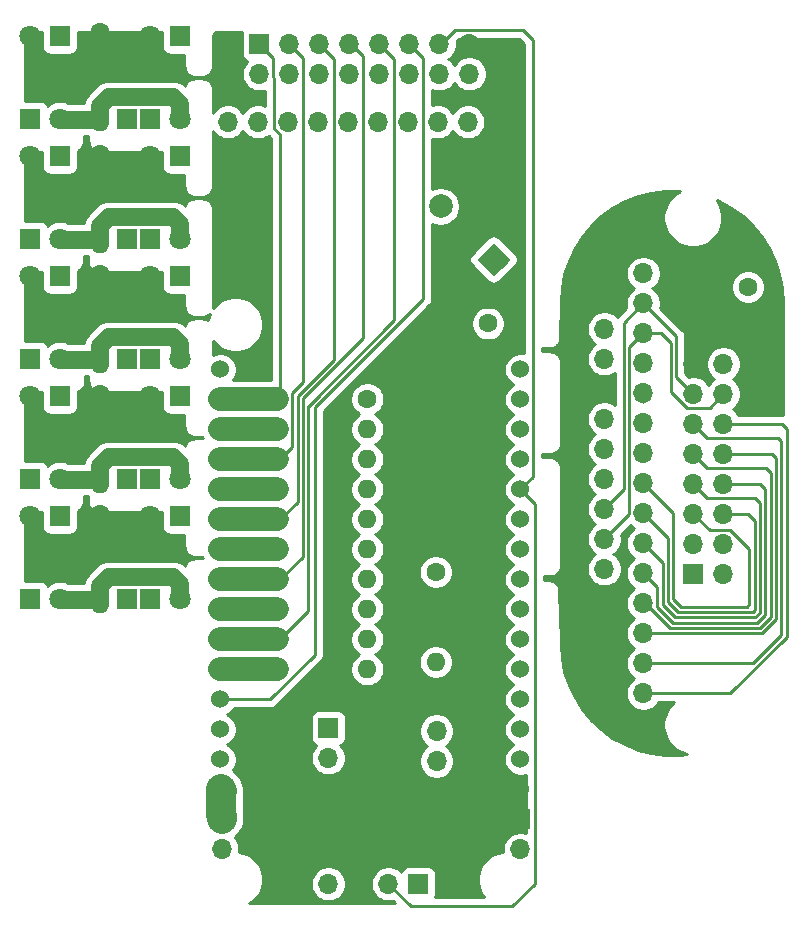
<source format=gbr>
%TF.GenerationSoftware,KiCad,Pcbnew,5.1.9+dfsg1-1*%
%TF.CreationDate,2022-03-08T22:31:30+00:00*%
%TF.ProjectId,guante metaversal,6775616e-7465-4206-9d65-746176657273,rev?*%
%TF.SameCoordinates,Original*%
%TF.FileFunction,Copper,L1,Top*%
%TF.FilePolarity,Positive*%
%FSLAX46Y46*%
G04 Gerber Fmt 4.6, Leading zero omitted, Abs format (unit mm)*
G04 Created by KiCad (PCBNEW 5.1.9+dfsg1-1) date 2022-03-08 22:31:30*
%MOMM*%
%LPD*%
G01*
G04 APERTURE LIST*
%TA.AperFunction,ComponentPad*%
%ADD10R,1.700000X1.700000*%
%TD*%
%TA.AperFunction,ComponentPad*%
%ADD11O,1.700000X1.700000*%
%TD*%
%TA.AperFunction,ComponentPad*%
%ADD12C,1.600000*%
%TD*%
%TA.AperFunction,ComponentPad*%
%ADD13O,1.600000X1.600000*%
%TD*%
%TA.AperFunction,ComponentPad*%
%ADD14C,1.524000*%
%TD*%
%TA.AperFunction,ComponentPad*%
%ADD15C,1.800000*%
%TD*%
%TA.AperFunction,ComponentPad*%
%ADD16R,1.800000X1.800000*%
%TD*%
%TA.AperFunction,ComponentPad*%
%ADD17C,0.200000*%
%TD*%
%TA.AperFunction,ComponentPad*%
%ADD18C,2.000000*%
%TD*%
%TA.AperFunction,ComponentPad*%
%ADD19R,1.600000X1.600000*%
%TD*%
%TA.AperFunction,Conductor*%
%ADD20C,0.250000*%
%TD*%
%TA.AperFunction,Conductor*%
%ADD21C,1.500000*%
%TD*%
%TA.AperFunction,Conductor*%
%ADD22C,2.500000*%
%TD*%
%TA.AperFunction,Conductor*%
%ADD23C,2.000000*%
%TD*%
%TA.AperFunction,Conductor*%
%ADD24C,0.254000*%
%TD*%
%TA.AperFunction,Conductor*%
%ADD25C,0.200000*%
%TD*%
G04 APERTURE END LIST*
D10*
%TO.P,U7,13*%
%TO.N,+3V3*%
X173228000Y-125730000D03*
D11*
%TO.P,U7,18*%
%TO.N,GND*%
X173228000Y-123190000D03*
%TO.P,U7,23*%
%TO.N,SCL*%
X173228000Y-120650000D03*
%TO.P,U7,24*%
%TO.N,SDA*%
X173228000Y-118110000D03*
%TO.P,U7,21*%
%TO.N,Net-(U7-Pad21)*%
X173228000Y-115570000D03*
%TO.P,U7,7*%
%TO.N,Net-(U7-Pad7)*%
X173228000Y-113030000D03*
%TO.P,U7,9*%
%TO.N,Net-(U7-Pad9)*%
X173228000Y-110490000D03*
%TO.P,U7,12*%
%TO.N,+3V3*%
X173228000Y-107950000D03*
%TO.P,U7,22*%
%TO.N,Net-(U7-Pad22)*%
X173228000Y-105410000D03*
%TO.P,U7,11*%
%TO.N,Net-(U7-Pad11)*%
X173228000Y-102870000D03*
%TD*%
D12*
%TO.P,R16,1*%
%TO.N,+3V3*%
X130556000Y-118516000D03*
D13*
%TO.P,R16,2*%
%TO.N,Net-(D1-Pad2)*%
X130556000Y-126136000D03*
%TD*%
D12*
%TO.P,R16,1*%
%TO.N,+3V3*%
X130556000Y-108356000D03*
D13*
%TO.P,R16,2*%
%TO.N,Net-(D1-Pad2)*%
X130556000Y-115976000D03*
%TD*%
D12*
%TO.P,R16,1*%
%TO.N,+3V3*%
X130556000Y-98196000D03*
D13*
%TO.P,R16,2*%
%TO.N,Net-(D1-Pad2)*%
X130556000Y-105816000D03*
%TD*%
D12*
%TO.P,R16,1*%
%TO.N,+3V3*%
X130556000Y-88036000D03*
D13*
%TO.P,R16,2*%
%TO.N,Net-(D1-Pad2)*%
X130556000Y-95656000D03*
%TD*%
D11*
%TO.P,J1,16*%
%TO.N,GND*%
X183311800Y-105841800D03*
%TO.P,J1,15*%
%TO.N,+3V3*%
X180771800Y-105841800D03*
%TO.P,J1,14*%
%TO.N,SCL*%
X183311800Y-108381800D03*
%TO.P,J1,13*%
%TO.N,SDA*%
X180771800Y-108381800D03*
%TO.P,J1,12*%
%TO.N,Net-(D21-Pad4)*%
X183311800Y-110921800D03*
%TO.P,J1,11*%
%TO.N,Net-(J1-Pad11)*%
X180771800Y-110921800D03*
%TO.P,J1,10*%
%TO.N,s10*%
X183311800Y-113461800D03*
%TO.P,J1,9*%
%TO.N,s9*%
X180771800Y-113461800D03*
%TO.P,J1,8*%
%TO.N,s8*%
X183311800Y-116001800D03*
%TO.P,J1,7*%
%TO.N,s7*%
X180771800Y-116001800D03*
%TO.P,J1,6*%
%TO.N,s6*%
X183311800Y-118541800D03*
%TO.P,J1,5*%
%TO.N,s5*%
X180771800Y-118541800D03*
%TO.P,J1,4*%
%TO.N,s4*%
X183311800Y-121081800D03*
%TO.P,J1,3*%
%TO.N,s3*%
X180771800Y-121081800D03*
%TO.P,J1,2*%
%TO.N,s2*%
X183311800Y-123621800D03*
D10*
%TO.P,J1,1*%
%TO.N,s1*%
X180771800Y-123621800D03*
%TD*%
D14*
%TO.P,U2,2*%
%TO.N,s1*%
X140716000Y-108839000D03*
%TO.P,U2,3*%
%TO.N,s2*%
X140716000Y-111379000D03*
%TO.P,U2,4*%
%TO.N,s3*%
X140716000Y-113919000D03*
%TO.P,U2,5*%
%TO.N,s4*%
X140716000Y-116459000D03*
%TO.P,U2,6*%
%TO.N,s5*%
X140716000Y-118999000D03*
%TO.P,U2,7*%
%TO.N,s6*%
X140716000Y-121539000D03*
%TO.P,U2,8*%
%TO.N,s7*%
X140716000Y-124079000D03*
%TO.P,U2,9*%
%TO.N,s8*%
X140716000Y-126619000D03*
%TO.P,U2,10*%
%TO.N,s9*%
X140716000Y-129159000D03*
%TO.P,U2,11*%
%TO.N,s10*%
X140716000Y-131699000D03*
%TO.P,U2,12*%
%TO.N,Net-(J1-Pad11)*%
X140716000Y-134239000D03*
%TO.P,U2,13*%
%TO.N,Net-(D21-Pad4)*%
X140716000Y-136779000D03*
%TO.P,U2,14*%
%TO.N,GND*%
X140716000Y-139319000D03*
%TO.P,U2,15*%
%TO.N,vin*%
X140716000Y-141859000D03*
%TO.P,U2,16*%
%TO.N,+3V3*%
X166116000Y-141859000D03*
%TO.P,U2,17*%
%TO.N,GND*%
X166116000Y-139319000D03*
%TO.P,U2,18*%
%TO.N,Net-(U2-Pad18)*%
X166116000Y-136779000D03*
%TO.P,U2,19*%
%TO.N,Net-(U2-Pad19)*%
X166116000Y-134239000D03*
%TO.P,U2,20*%
%TO.N,Net-(U2-Pad20)*%
X166116000Y-131699000D03*
%TO.P,U2,21*%
%TO.N,Net-(U2-Pad21)*%
X166116000Y-129159000D03*
%TO.P,U2,22*%
%TO.N,Net-(U2-Pad22)*%
X166116000Y-126619000D03*
%TO.P,U2,23*%
%TO.N,Net-(U2-Pad23)*%
X166116000Y-124079000D03*
%TO.P,U2,24*%
%TO.N,Net-(U2-Pad24)*%
X166116000Y-121539000D03*
%TO.P,U2,25*%
%TO.N,Net-(R11-Pad1)*%
X166116000Y-118999000D03*
%TO.P,U2,26*%
%TO.N,SDA*%
X166116000Y-116459000D03*
%TO.P,U2,27*%
%TO.N,Net-(U2-Pad27)*%
X166116000Y-113919000D03*
%TO.P,U2,28*%
%TO.N,Net-(U2-Pad28)*%
X166116000Y-111379000D03*
%TO.P,U2,29*%
%TO.N,SCL*%
X166116000Y-108839000D03*
%TO.P,U2,1*%
%TO.N,Net-(U2-Pad1)*%
X140716000Y-106299000D03*
%TO.P,U2,30*%
%TO.N,Net-(BZ1-Pad1)*%
X166116000Y-106299000D03*
%TD*%
D10*
%TO.P,TP2,1*%
%TO.N,GND*%
X132842000Y-95250000D03*
%TD*%
D15*
%TO.P,D3,2*%
%TO.N,Net-(D1-Pad2)*%
X137287000Y-95250000D03*
D16*
%TO.P,D3,1*%
%TO.N,GND*%
X134747000Y-95250000D03*
%TD*%
%TO.P,D1,1*%
%TO.N,GND*%
X124587000Y-95250000D03*
D15*
%TO.P,D1,2*%
%TO.N,Net-(D1-Pad2)*%
X127127000Y-95250000D03*
%TD*%
D10*
%TO.P,TP2,1*%
%TO.N,GND*%
X132842000Y-105410000D03*
%TD*%
D16*
%TO.P,D3,1*%
%TO.N,GND*%
X134747000Y-105410000D03*
D15*
%TO.P,D3,2*%
%TO.N,Net-(D1-Pad2)*%
X137287000Y-105410000D03*
%TD*%
%TO.P,D1,2*%
%TO.N,Net-(D1-Pad2)*%
X127127000Y-105410000D03*
D16*
%TO.P,D1,1*%
%TO.N,GND*%
X124587000Y-105410000D03*
%TD*%
D15*
%TO.P,D2,2*%
%TO.N,+3V3*%
X124587000Y-88265000D03*
D16*
%TO.P,D2,1*%
%TO.N,s10*%
X127127000Y-88265000D03*
%TD*%
%TO.P,D4,1*%
%TO.N,s9*%
X137287000Y-88265000D03*
D15*
%TO.P,D4,2*%
%TO.N,+3V3*%
X134747000Y-88265000D03*
%TD*%
D16*
%TO.P,D2,1*%
%TO.N,s10*%
X127127000Y-98425000D03*
D15*
%TO.P,D2,2*%
%TO.N,+3V3*%
X124587000Y-98425000D03*
%TD*%
%TO.P,D4,2*%
%TO.N,+3V3*%
X134747000Y-98425000D03*
D16*
%TO.P,D4,1*%
%TO.N,s9*%
X137287000Y-98425000D03*
%TD*%
D15*
%TO.P,D4,2*%
%TO.N,+3V3*%
X134747000Y-108585000D03*
D16*
%TO.P,D4,1*%
%TO.N,s9*%
X137287000Y-108585000D03*
%TD*%
%TO.P,D2,1*%
%TO.N,s10*%
X127127000Y-108585000D03*
D15*
%TO.P,D2,2*%
%TO.N,+3V3*%
X124587000Y-108585000D03*
%TD*%
D10*
%TO.P,TP2,1*%
%TO.N,GND*%
X132842000Y-125730000D03*
%TD*%
D15*
%TO.P,D3,2*%
%TO.N,Net-(D1-Pad2)*%
X137287000Y-125730000D03*
D16*
%TO.P,D3,1*%
%TO.N,GND*%
X134747000Y-125730000D03*
%TD*%
%TO.P,D1,1*%
%TO.N,GND*%
X124587000Y-125730000D03*
D15*
%TO.P,D1,2*%
%TO.N,Net-(D1-Pad2)*%
X127127000Y-125730000D03*
%TD*%
%TO.P,D2,2*%
%TO.N,+3V3*%
X124587000Y-118745000D03*
D16*
%TO.P,D2,1*%
%TO.N,s10*%
X127127000Y-118745000D03*
%TD*%
%TO.P,D4,1*%
%TO.N,s9*%
X137287000Y-118745000D03*
D15*
%TO.P,D4,2*%
%TO.N,+3V3*%
X134747000Y-118745000D03*
%TD*%
D16*
%TO.P,D3,1*%
%TO.N,GND*%
X134747000Y-115570000D03*
D15*
%TO.P,D3,2*%
%TO.N,Net-(D1-Pad2)*%
X137287000Y-115570000D03*
%TD*%
D10*
%TO.P,TP2,1*%
%TO.N,GND*%
X132842000Y-115570000D03*
%TD*%
D15*
%TO.P,D1,2*%
%TO.N,Net-(D1-Pad2)*%
X127127000Y-115570000D03*
D16*
%TO.P,D1,1*%
%TO.N,GND*%
X124587000Y-115570000D03*
%TD*%
%TO.P,D2,1*%
%TO.N,s10*%
X127127000Y-78105000D03*
D15*
%TO.P,D2,2*%
%TO.N,+3V3*%
X124587000Y-78105000D03*
%TD*%
%TO.P,D1,2*%
%TO.N,Net-(D1-Pad2)*%
X127127000Y-85090000D03*
D16*
%TO.P,D1,1*%
%TO.N,GND*%
X124587000Y-85090000D03*
%TD*%
%TO.P,D3,1*%
%TO.N,GND*%
X134747000Y-85090000D03*
D15*
%TO.P,D3,2*%
%TO.N,Net-(D1-Pad2)*%
X137287000Y-85090000D03*
%TD*%
%TO.P,D4,2*%
%TO.N,+3V3*%
X134747000Y-78105000D03*
D16*
%TO.P,D4,1*%
%TO.N,s9*%
X137287000Y-78105000D03*
%TD*%
D10*
%TO.P,TP2,1*%
%TO.N,GND*%
X132842000Y-85090000D03*
%TD*%
%TO.P,J3,1*%
%TO.N,+3V3*%
X166116000Y-144399000D03*
D11*
%TO.P,J3,2*%
%TO.N,GND*%
X166116000Y-146939000D03*
%TD*%
%TO.P,J4,2*%
%TO.N,GND*%
X140843000Y-146875500D03*
D10*
%TO.P,J4,1*%
%TO.N,vin*%
X140843000Y-144335500D03*
%TD*%
%TA.AperFunction,ComponentPad*%
D17*
%TO.P,BZ1,1*%
%TO.N,Net-(BZ1-Pad1)*%
G36*
X165263942Y-96996928D02*
G01*
X163849728Y-98411142D01*
X162435514Y-96996928D01*
X163849728Y-95582714D01*
X165263942Y-96996928D01*
G37*
%TD.AperFunction*%
D18*
%TO.P,BZ1,2*%
%TO.N,GND*%
X159359600Y-92506800D03*
%TD*%
D19*
%TO.P,C1,1*%
%TO.N,+3V3*%
X165862000Y-102412800D03*
D12*
%TO.P,C1,2*%
%TO.N,GND*%
X163362000Y-102412800D03*
%TD*%
D10*
%TO.P,J1,1*%
%TO.N,s1*%
X144018000Y-78740000D03*
D11*
%TO.P,J1,2*%
%TO.N,s2*%
X144018000Y-81280000D03*
%TO.P,J1,3*%
%TO.N,s3*%
X146558000Y-78740000D03*
%TO.P,J1,4*%
%TO.N,s4*%
X146558000Y-81280000D03*
%TO.P,J1,5*%
%TO.N,s5*%
X149098000Y-78740000D03*
%TO.P,J1,6*%
%TO.N,s6*%
X149098000Y-81280000D03*
%TO.P,J1,7*%
%TO.N,s7*%
X151638000Y-78740000D03*
%TO.P,J1,8*%
%TO.N,s8*%
X151638000Y-81280000D03*
%TO.P,J1,9*%
%TO.N,s9*%
X154178000Y-78740000D03*
%TO.P,J1,10*%
%TO.N,s10*%
X154178000Y-81280000D03*
%TO.P,J1,11*%
%TO.N,Net-(J1-Pad11)*%
X156718000Y-78740000D03*
%TO.P,J1,12*%
%TO.N,Net-(D21-Pad4)*%
X156718000Y-81280000D03*
%TO.P,J1,13*%
%TO.N,SDA*%
X159258000Y-78740000D03*
%TO.P,J1,14*%
%TO.N,SCL*%
X159258000Y-81280000D03*
%TO.P,J1,15*%
%TO.N,+3V3*%
X161798000Y-78740000D03*
%TO.P,J1,16*%
%TO.N,GND*%
X161798000Y-81280000D03*
%TD*%
D10*
%TO.P,U6,13*%
%TO.N,+3V3*%
X164211000Y-85344000D03*
D11*
%TO.P,U6,18*%
%TO.N,GND*%
X161671000Y-85344000D03*
%TO.P,U6,23*%
%TO.N,SCL*%
X159131000Y-85344000D03*
%TO.P,U6,24*%
%TO.N,SDA*%
X156591000Y-85344000D03*
%TO.P,U6,21*%
%TO.N,Net-(U6-Pad21)*%
X154051000Y-85344000D03*
%TO.P,U6,7*%
%TO.N,Net-(U6-Pad7)*%
X151511000Y-85344000D03*
%TO.P,U6,9*%
%TO.N,Net-(U6-Pad9)*%
X148971000Y-85344000D03*
%TO.P,U6,12*%
%TO.N,Net-(U6-Pad12)*%
X146431000Y-85344000D03*
%TO.P,U6,22*%
%TO.N,Net-(U6-Pad22)*%
X143891000Y-85344000D03*
%TO.P,U6,11*%
%TO.N,Net-(U6-Pad11)*%
X141351000Y-85344000D03*
%TD*%
D10*
%TO.P,J5,1*%
%TO.N,+3V3*%
X176530000Y-95631000D03*
D11*
%TO.P,J5,2*%
%TO.N,GND*%
X176530000Y-98171000D03*
%TO.P,J5,3*%
%TO.N,SDA*%
X176530000Y-100711000D03*
%TO.P,J5,4*%
%TO.N,SCL*%
X176530000Y-103251000D03*
%TO.P,J5,5*%
%TO.N,s1*%
X176530000Y-105791000D03*
%TO.P,J5,6*%
%TO.N,s2*%
X176530000Y-108331000D03*
%TO.P,J5,7*%
%TO.N,s3*%
X176530000Y-110871000D03*
%TO.P,J5,8*%
%TO.N,s4*%
X176530000Y-113411000D03*
%TO.P,J5,9*%
%TO.N,s5*%
X176530000Y-115951000D03*
%TO.P,J5,10*%
%TO.N,s6*%
X176530000Y-118491000D03*
%TO.P,J5,11*%
%TO.N,s7*%
X176530000Y-121031000D03*
%TO.P,J5,12*%
%TO.N,s8*%
X176530000Y-123571000D03*
%TO.P,J5,13*%
%TO.N,s9*%
X176530000Y-126111000D03*
%TO.P,J5,14*%
%TO.N,s10*%
X176530000Y-128651000D03*
%TO.P,J5,15*%
%TO.N,Net-(J1-Pad11)*%
X176530000Y-131191000D03*
%TO.P,J5,16*%
%TO.N,Net-(D21-Pad4)*%
X176530000Y-133731000D03*
%TD*%
D13*
%TO.P,R1,2*%
%TO.N,s1*%
X145542000Y-108826300D03*
D12*
%TO.P,R1,1*%
%TO.N,GND*%
X153162000Y-108826300D03*
%TD*%
%TO.P,R2,1*%
%TO.N,s2*%
X145542000Y-111379000D03*
D13*
%TO.P,R2,2*%
%TO.N,GND*%
X153162000Y-111379000D03*
%TD*%
%TO.P,R3,2*%
%TO.N,GND*%
X153162000Y-113919000D03*
D12*
%TO.P,R3,1*%
%TO.N,s3*%
X145542000Y-113919000D03*
%TD*%
%TO.P,R4,1*%
%TO.N,s4*%
X145542000Y-116459000D03*
D13*
%TO.P,R4,2*%
%TO.N,GND*%
X153162000Y-116459000D03*
%TD*%
D12*
%TO.P,R5,1*%
%TO.N,s5*%
X145542000Y-118999000D03*
D13*
%TO.P,R5,2*%
%TO.N,GND*%
X153162000Y-118999000D03*
%TD*%
%TO.P,R6,2*%
%TO.N,GND*%
X153162000Y-121539000D03*
D12*
%TO.P,R6,1*%
%TO.N,s6*%
X145542000Y-121539000D03*
%TD*%
%TO.P,R7,1*%
%TO.N,s7*%
X145542000Y-124079000D03*
D13*
%TO.P,R7,2*%
%TO.N,GND*%
X153162000Y-124079000D03*
%TD*%
%TO.P,R8,2*%
%TO.N,GND*%
X153162000Y-126619000D03*
D12*
%TO.P,R8,1*%
%TO.N,s8*%
X145542000Y-126619000D03*
%TD*%
%TO.P,R9,1*%
%TO.N,s9*%
X145542000Y-129159000D03*
D13*
%TO.P,R9,2*%
%TO.N,GND*%
X153162000Y-129159000D03*
%TD*%
%TO.P,R10,2*%
%TO.N,GND*%
X153162000Y-131699000D03*
D12*
%TO.P,R10,1*%
%TO.N,s10*%
X145542000Y-131699000D03*
%TD*%
%TO.P,R11,1*%
%TO.N,Net-(R11-Pad1)*%
X158953200Y-123456700D03*
D13*
%TO.P,R11,2*%
%TO.N,Net-(Q1-Pad2)*%
X158953200Y-131076700D03*
%TD*%
%TO.P,R16,2*%
%TO.N,Net-(D1-Pad2)*%
X130556000Y-85344000D03*
D12*
%TO.P,R16,1*%
%TO.N,+3V3*%
X130556000Y-77724000D03*
%TD*%
D19*
%TO.P,C2,1*%
%TO.N,+3V3*%
X182880000Y-99314000D03*
D12*
%TO.P,C2,2*%
%TO.N,GND*%
X185380000Y-99314000D03*
%TD*%
D10*
%TO.P,J6,1*%
%TO.N,SCL*%
X157480000Y-149860000D03*
D11*
%TO.P,J6,2*%
%TO.N,SDA*%
X154940000Y-149860000D03*
%TO.P,J6,3*%
%TO.N,+3V3*%
X152400000Y-149860000D03*
%TO.P,J6,4*%
%TO.N,GND*%
X149860000Y-149860000D03*
%TD*%
D10*
%TO.P,M6,1*%
%TO.N,Net-(M6-Pad1)*%
X149860000Y-136652000D03*
D11*
%TO.P,M6,2*%
%TO.N,GND*%
X149860000Y-139192000D03*
%TD*%
D10*
%TO.P,Q1,1*%
%TO.N,+3V3*%
X159016700Y-134378700D03*
D11*
%TO.P,Q1,2*%
%TO.N,Net-(Q1-Pad2)*%
X159016700Y-136918700D03*
%TO.P,Q1,3*%
%TO.N,Net-(M6-Pad1)*%
X159016700Y-139458700D03*
%TD*%
D20*
%TO.N,Net-(D21-Pad4)*%
X183311800Y-110921800D02*
X188264800Y-110921800D01*
X188264800Y-110921800D02*
X188654990Y-111311990D01*
X188654990Y-111311990D02*
X188654990Y-128972010D01*
X183896000Y-133731000D02*
X176530000Y-133731000D01*
X188654990Y-128972010D02*
X183896000Y-133731000D01*
D21*
%TO.N,Net-(D1-Pad2)*%
X136709791Y-93399999D02*
X131281999Y-93399999D01*
X127323990Y-95319990D02*
X130556000Y-95319990D01*
X130556000Y-94125998D02*
X130556000Y-95319990D01*
X131281999Y-93399999D02*
X130556000Y-94125998D01*
X137287000Y-95250000D02*
X137287000Y-93977208D01*
X137287000Y-93977208D02*
X136709791Y-93399999D01*
X136709791Y-103559999D02*
X131281999Y-103559999D01*
X127323990Y-105479990D02*
X130556000Y-105479990D01*
X130556000Y-104285998D02*
X130556000Y-105479990D01*
X131281999Y-103559999D02*
X130556000Y-104285998D01*
X137287000Y-105410000D02*
X137287000Y-104137208D01*
X137287000Y-104137208D02*
X136709791Y-103559999D01*
X136709791Y-113719999D02*
X131281999Y-113719999D01*
X127323990Y-115639990D02*
X130556000Y-115639990D01*
X130556000Y-114445998D02*
X130556000Y-115639990D01*
X131281999Y-113719999D02*
X130556000Y-114445998D01*
X137287000Y-115570000D02*
X137287000Y-114297208D01*
X137287000Y-114297208D02*
X136709791Y-113719999D01*
X136709791Y-123879999D02*
X131281999Y-123879999D01*
X127323990Y-125799990D02*
X130556000Y-125799990D01*
X130556000Y-124605998D02*
X130556000Y-125799990D01*
X131281999Y-123879999D02*
X130556000Y-124605998D01*
X137287000Y-125730000D02*
X137287000Y-124457208D01*
X137287000Y-124457208D02*
X136709791Y-123879999D01*
X130556000Y-83965998D02*
X130556000Y-85159990D01*
X131281999Y-83239999D02*
X130556000Y-83965998D01*
X136709791Y-83239999D02*
X131281999Y-83239999D01*
X137287000Y-83817208D02*
X136709791Y-83239999D01*
X137287000Y-85090000D02*
X137287000Y-83817208D01*
X127323990Y-85159990D02*
X130556000Y-85159990D01*
X127254000Y-85090000D02*
X127323990Y-85159990D01*
X127127000Y-85090000D02*
X127254000Y-85090000D01*
D20*
%TO.N,Net-(BZ1-Pad1)*%
X164487001Y-97606573D02*
X165006587Y-97086987D01*
%TO.N,Net-(J1-Pad11)*%
X157893001Y-92869001D02*
X157893001Y-95561401D01*
X181946801Y-112096801D02*
X180771800Y-110921800D01*
X188204980Y-112385980D02*
X187915801Y-112096801D01*
X188204980Y-128785610D02*
X188204980Y-112385980D01*
X185799590Y-131191000D02*
X188204980Y-128785610D01*
X187915801Y-112096801D02*
X181946801Y-112096801D01*
X176530000Y-131191000D02*
X185799590Y-131191000D01*
X157893001Y-79915001D02*
X156718000Y-78740000D01*
X157893001Y-95561401D02*
X157893001Y-79915001D01*
X157893001Y-100304997D02*
X157893001Y-95561401D01*
X148717000Y-109480998D02*
X157893001Y-100304997D01*
X148717000Y-130443002D02*
X148717000Y-109480998D01*
X144921002Y-134239000D02*
X148717000Y-130443002D01*
X140716000Y-134239000D02*
X144921002Y-134239000D01*
D22*
%TO.N,vin*%
X140765010Y-141908010D02*
X140765010Y-141859000D01*
X140843000Y-141986000D02*
X140765010Y-141908010D01*
X140797274Y-144035773D02*
X140807167Y-141859414D01*
X140843000Y-144081500D02*
X140797274Y-144035773D01*
X140843000Y-144335500D02*
X140843000Y-144081500D01*
D20*
%TO.N,SDA*%
X160560001Y-77564999D02*
X159385000Y-78740000D01*
X166337999Y-77564999D02*
X160560001Y-77564999D01*
X180771800Y-108381800D02*
X179324000Y-106934000D01*
X179324000Y-103505000D02*
X176530000Y-100711000D01*
X179324000Y-106934000D02*
X179324000Y-103505000D01*
X167203001Y-115371999D02*
X167203001Y-78430001D01*
X167203001Y-78430001D02*
X166337999Y-77564999D01*
X166116000Y-116459000D02*
X167203001Y-115371999D01*
X174904990Y-102336010D02*
X176530000Y-100711000D01*
X174904990Y-116433010D02*
X174904990Y-102336010D01*
X173228000Y-118110000D02*
X174904990Y-116433010D01*
X167318990Y-149895682D02*
X165449672Y-151765000D01*
X167318990Y-117661990D02*
X167318990Y-149895682D01*
X166116000Y-116459000D02*
X167318990Y-117661990D01*
X156845000Y-151765000D02*
X154940000Y-149860000D01*
X165449672Y-151765000D02*
X156845000Y-151765000D01*
%TO.N,SCL*%
X178873990Y-104070990D02*
X178054000Y-103251000D01*
X178054000Y-103251000D02*
X176530000Y-103251000D01*
X180207799Y-109556801D02*
X178873990Y-108222992D01*
X182136799Y-109556801D02*
X180207799Y-109556801D01*
X183311800Y-108381800D02*
X182136799Y-109556801D01*
X178873990Y-108007990D02*
X178873990Y-104070990D01*
X178873990Y-108222992D02*
X178873990Y-108007990D01*
X175354999Y-118523001D02*
X173228000Y-120650000D01*
X175354999Y-104426001D02*
X175354999Y-118523001D01*
X176530000Y-103251000D02*
X175354999Y-104426001D01*
%TO.N,s10*%
X187424770Y-113461800D02*
X183311800Y-113461800D01*
X187754970Y-127459030D02*
X187754970Y-113792000D01*
X186563000Y-128651000D02*
X187754970Y-127459030D01*
X187754970Y-113792000D02*
X187424770Y-113461800D01*
X176530000Y-128651000D02*
X186563000Y-128651000D01*
D23*
X140716000Y-131699000D02*
X145542000Y-131699000D01*
D20*
%TO.N,s9*%
X176657000Y-126111000D02*
X176530000Y-126111000D01*
X187304960Y-127272630D02*
X186376600Y-128200990D01*
X178746990Y-128200990D02*
X176657000Y-126111000D01*
X187304960Y-115041960D02*
X187304960Y-127272630D01*
X186899801Y-114636801D02*
X187304960Y-115041960D01*
X186376600Y-128200990D02*
X178746990Y-128200990D01*
X181946801Y-114636801D02*
X186899801Y-114636801D01*
X180771800Y-113461800D02*
X181946801Y-114636801D01*
X155415999Y-79977999D02*
X154178000Y-78740000D01*
X155415999Y-102145589D02*
X155415999Y-79977999D01*
X148189057Y-109372531D02*
X155415999Y-102145589D01*
X148171031Y-109372531D02*
X148189057Y-109372531D01*
X148171031Y-126783969D02*
X148171031Y-109372531D01*
X145796000Y-129159000D02*
X148171031Y-126783969D01*
D23*
X145542000Y-129159000D02*
X140716000Y-129159000D01*
%TO.N,s1*%
X140716000Y-108839000D02*
X145495991Y-108839000D01*
D20*
X145193001Y-79915001D02*
X144018000Y-78740000D01*
X145193001Y-81566001D02*
X145193001Y-79915001D01*
X145224500Y-81597500D02*
X145193001Y-81566001D01*
X145224500Y-85876502D02*
X145224500Y-81597500D01*
X145796000Y-86448002D02*
X145224500Y-85876502D01*
X145796000Y-108839000D02*
X145796000Y-86448002D01*
D23*
%TO.N,s2*%
X140716000Y-111379000D02*
X145495991Y-111379000D01*
D20*
X176530000Y-109055412D02*
X176530000Y-108331000D01*
%TO.N,s3*%
X147733001Y-79915001D02*
X147733001Y-82835499D01*
X146558000Y-78740000D02*
X147733001Y-79915001D01*
X147733001Y-82835499D02*
X147733001Y-82035399D01*
X146821001Y-108259001D02*
X147733001Y-107347001D01*
X146821001Y-112893999D02*
X146821001Y-108259001D01*
X145796000Y-113919000D02*
X146821001Y-112893999D01*
X147733001Y-107347001D02*
X147733001Y-82835499D01*
D23*
X145542000Y-113919000D02*
X140716000Y-113919000D01*
D20*
%TO.N,s4*%
X145923000Y-81407000D02*
X146050000Y-81280000D01*
D23*
X145542000Y-116459000D02*
X140716000Y-116459000D01*
D20*
%TO.N,s5*%
X147271011Y-117523989D02*
X147271011Y-108533399D01*
X145796000Y-118999000D02*
X147271011Y-117523989D01*
X182136799Y-119906799D02*
X180771800Y-118541800D01*
X183875801Y-119906799D02*
X182136799Y-119906799D01*
X185504920Y-121535918D02*
X183875801Y-119906799D01*
X185299890Y-126400950D02*
X185504920Y-126195920D01*
X179740950Y-126400950D02*
X185299890Y-126400950D01*
X179055031Y-125715031D02*
X179740950Y-126400950D01*
X185504920Y-126195920D02*
X185504920Y-121535918D01*
X179055031Y-118476031D02*
X179055031Y-125715031D01*
X176530000Y-115951000D02*
X179055031Y-118476031D01*
X150335999Y-105468411D02*
X150127205Y-105677205D01*
X149098000Y-78740000D02*
X150335999Y-79977999D01*
X150127205Y-105677205D02*
X150273001Y-105531409D01*
X150335999Y-79977999D02*
X150335999Y-105468411D01*
X147271011Y-108533399D02*
X150127205Y-105677205D01*
D23*
X145542000Y-118999000D02*
X140716000Y-118999000D01*
D20*
%TO.N,s6*%
X185370730Y-118541800D02*
X183311800Y-118541800D01*
X185954930Y-119126000D02*
X185370730Y-118541800D01*
X185817400Y-126850960D02*
X185954930Y-126713430D01*
X178605021Y-126024201D02*
X179431780Y-126850960D01*
X185954930Y-126713430D02*
X185954930Y-119126000D01*
X178605021Y-120566021D02*
X178605021Y-126024201D01*
X179431780Y-126850960D02*
X185817400Y-126850960D01*
X176530000Y-118491000D02*
X178605021Y-120566021D01*
D23*
X140716000Y-121539000D02*
X145542000Y-121539000D01*
D20*
%TO.N,s7*%
X147721021Y-108719799D02*
X152813001Y-103627819D01*
X147721021Y-122153979D02*
X147721021Y-108719799D01*
X145796000Y-124079000D02*
X147721021Y-122153979D01*
X152813001Y-93262199D02*
X152813001Y-92869001D01*
X152813001Y-103627819D02*
X152813001Y-93262199D01*
X181946801Y-117176801D02*
X180771800Y-116001800D01*
X185972199Y-117176801D02*
X181946801Y-117176801D01*
X186404940Y-117609542D02*
X185972199Y-117176801D01*
X186404940Y-126899830D02*
X186404940Y-117609542D01*
X186003800Y-127300970D02*
X186404940Y-126899830D01*
X179245380Y-127300970D02*
X186003800Y-127300970D01*
X178155011Y-126210601D02*
X179245380Y-127300970D01*
X178155011Y-122656011D02*
X178155011Y-126210601D01*
X176530000Y-121031000D02*
X178155011Y-122656011D01*
X152813001Y-79788001D02*
X152654000Y-79629000D01*
X152813001Y-93262199D02*
X152813001Y-79788001D01*
X152654000Y-79629000D02*
X151765000Y-78740000D01*
D23*
X145542000Y-124079000D02*
X140716000Y-124079000D01*
D20*
%TO.N,s8*%
X183311800Y-116001800D02*
X186397750Y-116001800D01*
X186397750Y-116001800D02*
X186854950Y-116459000D01*
X186854950Y-125184050D02*
X186854950Y-125311050D01*
X186854950Y-116459000D02*
X186854950Y-125184050D01*
X177705001Y-124746001D02*
X176530000Y-123571000D01*
X177705001Y-126397001D02*
X177705001Y-124746001D01*
X186190200Y-127750980D02*
X179058980Y-127750980D01*
X179058980Y-127750980D02*
X177705001Y-126397001D01*
X186854950Y-127086230D02*
X186190200Y-127750980D01*
X186854950Y-125184050D02*
X186854950Y-127086230D01*
D23*
X140716000Y-126619000D02*
X145542000Y-126619000D01*
%TD*%
D24*
%TO.N,+3V3*%
X166443002Y-78744804D02*
X166443001Y-104939676D01*
X166253592Y-104902000D01*
X165978408Y-104902000D01*
X165708510Y-104955686D01*
X165454273Y-105060995D01*
X165225465Y-105213880D01*
X165030880Y-105408465D01*
X164877995Y-105637273D01*
X164772686Y-105891510D01*
X164719000Y-106161408D01*
X164719000Y-106436592D01*
X164772686Y-106706490D01*
X164877995Y-106960727D01*
X165030880Y-107189535D01*
X165225465Y-107384120D01*
X165454273Y-107537005D01*
X165531515Y-107569000D01*
X165454273Y-107600995D01*
X165225465Y-107753880D01*
X165030880Y-107948465D01*
X164877995Y-108177273D01*
X164772686Y-108431510D01*
X164719000Y-108701408D01*
X164719000Y-108976592D01*
X164772686Y-109246490D01*
X164877995Y-109500727D01*
X165030880Y-109729535D01*
X165225465Y-109924120D01*
X165454273Y-110077005D01*
X165531515Y-110109000D01*
X165454273Y-110140995D01*
X165225465Y-110293880D01*
X165030880Y-110488465D01*
X164877995Y-110717273D01*
X164772686Y-110971510D01*
X164719000Y-111241408D01*
X164719000Y-111516592D01*
X164772686Y-111786490D01*
X164877995Y-112040727D01*
X165030880Y-112269535D01*
X165225465Y-112464120D01*
X165454273Y-112617005D01*
X165531515Y-112649000D01*
X165454273Y-112680995D01*
X165225465Y-112833880D01*
X165030880Y-113028465D01*
X164877995Y-113257273D01*
X164772686Y-113511510D01*
X164719000Y-113781408D01*
X164719000Y-114056592D01*
X164772686Y-114326490D01*
X164877995Y-114580727D01*
X165030880Y-114809535D01*
X165225465Y-115004120D01*
X165454273Y-115157005D01*
X165531515Y-115189000D01*
X165454273Y-115220995D01*
X165225465Y-115373880D01*
X165030880Y-115568465D01*
X164877995Y-115797273D01*
X164772686Y-116051510D01*
X164719000Y-116321408D01*
X164719000Y-116596592D01*
X164772686Y-116866490D01*
X164877995Y-117120727D01*
X165030880Y-117349535D01*
X165225465Y-117544120D01*
X165454273Y-117697005D01*
X165531515Y-117729000D01*
X165454273Y-117760995D01*
X165225465Y-117913880D01*
X165030880Y-118108465D01*
X164877995Y-118337273D01*
X164772686Y-118591510D01*
X164719000Y-118861408D01*
X164719000Y-119136592D01*
X164772686Y-119406490D01*
X164877995Y-119660727D01*
X165030880Y-119889535D01*
X165225465Y-120084120D01*
X165454273Y-120237005D01*
X165531515Y-120269000D01*
X165454273Y-120300995D01*
X165225465Y-120453880D01*
X165030880Y-120648465D01*
X164877995Y-120877273D01*
X164772686Y-121131510D01*
X164719000Y-121401408D01*
X164719000Y-121676592D01*
X164772686Y-121946490D01*
X164877995Y-122200727D01*
X165030880Y-122429535D01*
X165225465Y-122624120D01*
X165454273Y-122777005D01*
X165531515Y-122809000D01*
X165454273Y-122840995D01*
X165225465Y-122993880D01*
X165030880Y-123188465D01*
X164877995Y-123417273D01*
X164772686Y-123671510D01*
X164719000Y-123941408D01*
X164719000Y-124216592D01*
X164772686Y-124486490D01*
X164877995Y-124740727D01*
X165030880Y-124969535D01*
X165225465Y-125164120D01*
X165454273Y-125317005D01*
X165531515Y-125349000D01*
X165454273Y-125380995D01*
X165225465Y-125533880D01*
X165030880Y-125728465D01*
X164877995Y-125957273D01*
X164772686Y-126211510D01*
X164719000Y-126481408D01*
X164719000Y-126756592D01*
X164772686Y-127026490D01*
X164877995Y-127280727D01*
X165030880Y-127509535D01*
X165225465Y-127704120D01*
X165454273Y-127857005D01*
X165531515Y-127889000D01*
X165454273Y-127920995D01*
X165225465Y-128073880D01*
X165030880Y-128268465D01*
X164877995Y-128497273D01*
X164772686Y-128751510D01*
X164719000Y-129021408D01*
X164719000Y-129296592D01*
X164772686Y-129566490D01*
X164877995Y-129820727D01*
X165030880Y-130049535D01*
X165225465Y-130244120D01*
X165454273Y-130397005D01*
X165531515Y-130429000D01*
X165454273Y-130460995D01*
X165225465Y-130613880D01*
X165030880Y-130808465D01*
X164877995Y-131037273D01*
X164772686Y-131291510D01*
X164719000Y-131561408D01*
X164719000Y-131836592D01*
X164772686Y-132106490D01*
X164877995Y-132360727D01*
X165030880Y-132589535D01*
X165225465Y-132784120D01*
X165454273Y-132937005D01*
X165531515Y-132969000D01*
X165454273Y-133000995D01*
X165225465Y-133153880D01*
X165030880Y-133348465D01*
X164877995Y-133577273D01*
X164772686Y-133831510D01*
X164719000Y-134101408D01*
X164719000Y-134376592D01*
X164772686Y-134646490D01*
X164877995Y-134900727D01*
X165030880Y-135129535D01*
X165225465Y-135324120D01*
X165454273Y-135477005D01*
X165531515Y-135509000D01*
X165454273Y-135540995D01*
X165225465Y-135693880D01*
X165030880Y-135888465D01*
X164877995Y-136117273D01*
X164772686Y-136371510D01*
X164719000Y-136641408D01*
X164719000Y-136916592D01*
X164772686Y-137186490D01*
X164877995Y-137440727D01*
X165030880Y-137669535D01*
X165225465Y-137864120D01*
X165454273Y-138017005D01*
X165531515Y-138049000D01*
X165454273Y-138080995D01*
X165225465Y-138233880D01*
X165030880Y-138428465D01*
X164877995Y-138657273D01*
X164772686Y-138911510D01*
X164719000Y-139181408D01*
X164719000Y-139456592D01*
X164772686Y-139726490D01*
X164877995Y-139980727D01*
X165030880Y-140209535D01*
X165225465Y-140404120D01*
X165454273Y-140557005D01*
X165708510Y-140662314D01*
X165978408Y-140716000D01*
X166253592Y-140716000D01*
X166523490Y-140662314D01*
X166558991Y-140647609D01*
X166558991Y-145515141D01*
X166549158Y-145511068D01*
X166262260Y-145454000D01*
X165969740Y-145454000D01*
X165682842Y-145511068D01*
X165412589Y-145623010D01*
X165169368Y-145785525D01*
X164962525Y-145992368D01*
X164800010Y-146235589D01*
X164688068Y-146505842D01*
X164631000Y-146792740D01*
X164631000Y-147085260D01*
X164638883Y-147124891D01*
X164614140Y-147124891D01*
X164159332Y-147215358D01*
X163730911Y-147392815D01*
X163345343Y-147650444D01*
X163017444Y-147978343D01*
X162759815Y-148363911D01*
X162582358Y-148792332D01*
X162491891Y-149247140D01*
X162491891Y-149710860D01*
X162582358Y-150165668D01*
X162759815Y-150594089D01*
X163017444Y-150979657D01*
X163042787Y-151005000D01*
X158892338Y-151005000D01*
X158919502Y-150954180D01*
X158955812Y-150834482D01*
X158968072Y-150710000D01*
X158968072Y-149010000D01*
X158955812Y-148885518D01*
X158919502Y-148765820D01*
X158860537Y-148655506D01*
X158781185Y-148558815D01*
X158684494Y-148479463D01*
X158574180Y-148420498D01*
X158454482Y-148384188D01*
X158330000Y-148371928D01*
X156630000Y-148371928D01*
X156505518Y-148384188D01*
X156385820Y-148420498D01*
X156275506Y-148479463D01*
X156178815Y-148558815D01*
X156099463Y-148655506D01*
X156040498Y-148765820D01*
X156018487Y-148838380D01*
X155886632Y-148706525D01*
X155643411Y-148544010D01*
X155373158Y-148432068D01*
X155086260Y-148375000D01*
X154793740Y-148375000D01*
X154506842Y-148432068D01*
X154236589Y-148544010D01*
X153993368Y-148706525D01*
X153786525Y-148913368D01*
X153624010Y-149156589D01*
X153512068Y-149426842D01*
X153455000Y-149713740D01*
X153455000Y-150006260D01*
X153512068Y-150293158D01*
X153624010Y-150563411D01*
X153786525Y-150806632D01*
X153993368Y-151013475D01*
X154236589Y-151175990D01*
X154506842Y-151287932D01*
X154793740Y-151345000D01*
X155086260Y-151345000D01*
X155306408Y-151301209D01*
X155520198Y-151515000D01*
X143176196Y-151515000D01*
X143486657Y-151307556D01*
X143814556Y-150979657D01*
X144072185Y-150594089D01*
X144249642Y-150165668D01*
X144339536Y-149713740D01*
X148375000Y-149713740D01*
X148375000Y-150006260D01*
X148432068Y-150293158D01*
X148544010Y-150563411D01*
X148706525Y-150806632D01*
X148913368Y-151013475D01*
X149156589Y-151175990D01*
X149426842Y-151287932D01*
X149713740Y-151345000D01*
X150006260Y-151345000D01*
X150293158Y-151287932D01*
X150563411Y-151175990D01*
X150806632Y-151013475D01*
X151013475Y-150806632D01*
X151175990Y-150563411D01*
X151287932Y-150293158D01*
X151345000Y-150006260D01*
X151345000Y-149713740D01*
X151287932Y-149426842D01*
X151175990Y-149156589D01*
X151013475Y-148913368D01*
X150806632Y-148706525D01*
X150563411Y-148544010D01*
X150293158Y-148432068D01*
X150006260Y-148375000D01*
X149713740Y-148375000D01*
X149426842Y-148432068D01*
X149156589Y-148544010D01*
X148913368Y-148706525D01*
X148706525Y-148913368D01*
X148544010Y-149156589D01*
X148432068Y-149426842D01*
X148375000Y-149713740D01*
X144339536Y-149713740D01*
X144340109Y-149710860D01*
X144340109Y-149247140D01*
X144249642Y-148792332D01*
X144072185Y-148363911D01*
X143814556Y-147978343D01*
X143486657Y-147650444D01*
X143101089Y-147392815D01*
X142672668Y-147215358D01*
X142304075Y-147142040D01*
X142328000Y-147021760D01*
X142328000Y-146729240D01*
X142270932Y-146442342D01*
X142158990Y-146172089D01*
X141996475Y-145928868D01*
X141940736Y-145873129D01*
X142182345Y-145674845D01*
X142417903Y-145387817D01*
X142592939Y-145060348D01*
X142700725Y-144705024D01*
X142728000Y-144428097D01*
X142728000Y-144174099D01*
X142737119Y-144081520D01*
X142728000Y-143988921D01*
X142728000Y-143988904D01*
X142713701Y-143843725D01*
X142700729Y-143711997D01*
X142700726Y-143711987D01*
X142700725Y-143711977D01*
X142684015Y-143656892D01*
X142689767Y-142391649D01*
X142700725Y-142355524D01*
X142737120Y-141986000D01*
X142700725Y-141616477D01*
X142667298Y-141506282D01*
X142666552Y-141498339D01*
X142560382Y-141142529D01*
X142386837Y-140814268D01*
X142152586Y-140526172D01*
X141866632Y-140289312D01*
X141772311Y-140238344D01*
X141801120Y-140209535D01*
X141954005Y-139980727D01*
X142059314Y-139726490D01*
X142113000Y-139456592D01*
X142113000Y-139181408D01*
X142059314Y-138911510D01*
X141954005Y-138657273D01*
X141801120Y-138428465D01*
X141606535Y-138233880D01*
X141377727Y-138080995D01*
X141300485Y-138049000D01*
X141377727Y-138017005D01*
X141606535Y-137864120D01*
X141801120Y-137669535D01*
X141954005Y-137440727D01*
X142059314Y-137186490D01*
X142113000Y-136916592D01*
X142113000Y-136641408D01*
X142059314Y-136371510D01*
X141954005Y-136117273D01*
X141801120Y-135888465D01*
X141714655Y-135802000D01*
X148371928Y-135802000D01*
X148371928Y-137502000D01*
X148384188Y-137626482D01*
X148420498Y-137746180D01*
X148479463Y-137856494D01*
X148558815Y-137953185D01*
X148655506Y-138032537D01*
X148765820Y-138091502D01*
X148838380Y-138113513D01*
X148706525Y-138245368D01*
X148544010Y-138488589D01*
X148432068Y-138758842D01*
X148375000Y-139045740D01*
X148375000Y-139338260D01*
X148432068Y-139625158D01*
X148544010Y-139895411D01*
X148706525Y-140138632D01*
X148913368Y-140345475D01*
X149156589Y-140507990D01*
X149426842Y-140619932D01*
X149713740Y-140677000D01*
X150006260Y-140677000D01*
X150293158Y-140619932D01*
X150563411Y-140507990D01*
X150806632Y-140345475D01*
X151013475Y-140138632D01*
X151175990Y-139895411D01*
X151287932Y-139625158D01*
X151345000Y-139338260D01*
X151345000Y-139045740D01*
X151287932Y-138758842D01*
X151175990Y-138488589D01*
X151013475Y-138245368D01*
X150881620Y-138113513D01*
X150954180Y-138091502D01*
X151064494Y-138032537D01*
X151161185Y-137953185D01*
X151240537Y-137856494D01*
X151299502Y-137746180D01*
X151335812Y-137626482D01*
X151348072Y-137502000D01*
X151348072Y-136772440D01*
X157531700Y-136772440D01*
X157531700Y-137064960D01*
X157588768Y-137351858D01*
X157700710Y-137622111D01*
X157863225Y-137865332D01*
X158070068Y-138072175D01*
X158244460Y-138188700D01*
X158070068Y-138305225D01*
X157863225Y-138512068D01*
X157700710Y-138755289D01*
X157588768Y-139025542D01*
X157531700Y-139312440D01*
X157531700Y-139604960D01*
X157588768Y-139891858D01*
X157700710Y-140162111D01*
X157863225Y-140405332D01*
X158070068Y-140612175D01*
X158313289Y-140774690D01*
X158583542Y-140886632D01*
X158870440Y-140943700D01*
X159162960Y-140943700D01*
X159449858Y-140886632D01*
X159720111Y-140774690D01*
X159963332Y-140612175D01*
X160170175Y-140405332D01*
X160332690Y-140162111D01*
X160444632Y-139891858D01*
X160501700Y-139604960D01*
X160501700Y-139312440D01*
X160444632Y-139025542D01*
X160332690Y-138755289D01*
X160170175Y-138512068D01*
X159963332Y-138305225D01*
X159788940Y-138188700D01*
X159963332Y-138072175D01*
X160170175Y-137865332D01*
X160332690Y-137622111D01*
X160444632Y-137351858D01*
X160501700Y-137064960D01*
X160501700Y-136772440D01*
X160444632Y-136485542D01*
X160332690Y-136215289D01*
X160170175Y-135972068D01*
X159963332Y-135765225D01*
X159720111Y-135602710D01*
X159449858Y-135490768D01*
X159162960Y-135433700D01*
X158870440Y-135433700D01*
X158583542Y-135490768D01*
X158313289Y-135602710D01*
X158070068Y-135765225D01*
X157863225Y-135972068D01*
X157700710Y-136215289D01*
X157588768Y-136485542D01*
X157531700Y-136772440D01*
X151348072Y-136772440D01*
X151348072Y-135802000D01*
X151335812Y-135677518D01*
X151299502Y-135557820D01*
X151240537Y-135447506D01*
X151161185Y-135350815D01*
X151064494Y-135271463D01*
X150954180Y-135212498D01*
X150834482Y-135176188D01*
X150710000Y-135163928D01*
X149010000Y-135163928D01*
X148885518Y-135176188D01*
X148765820Y-135212498D01*
X148655506Y-135271463D01*
X148558815Y-135350815D01*
X148479463Y-135447506D01*
X148420498Y-135557820D01*
X148384188Y-135677518D01*
X148371928Y-135802000D01*
X141714655Y-135802000D01*
X141606535Y-135693880D01*
X141377727Y-135540995D01*
X141300485Y-135509000D01*
X141377727Y-135477005D01*
X141606535Y-135324120D01*
X141801120Y-135129535D01*
X141888341Y-134999000D01*
X144883680Y-134999000D01*
X144921002Y-135002676D01*
X144958324Y-134999000D01*
X144958335Y-134999000D01*
X145069988Y-134988003D01*
X145213249Y-134944546D01*
X145345278Y-134873974D01*
X145461003Y-134779001D01*
X145484806Y-134749997D01*
X149228004Y-131006800D01*
X149257001Y-130983003D01*
X149351974Y-130867278D01*
X149422546Y-130735249D01*
X149466003Y-130591988D01*
X149477000Y-130480335D01*
X149477000Y-130480325D01*
X149480676Y-130443002D01*
X149477000Y-130405679D01*
X149477000Y-109795799D01*
X150587834Y-108684965D01*
X151727000Y-108684965D01*
X151727000Y-108967635D01*
X151782147Y-109244874D01*
X151890320Y-109506027D01*
X152047363Y-109741059D01*
X152247241Y-109940937D01*
X152482273Y-110097980D01*
X152493547Y-110102650D01*
X152482273Y-110107320D01*
X152247241Y-110264363D01*
X152047363Y-110464241D01*
X151890320Y-110699273D01*
X151782147Y-110960426D01*
X151727000Y-111237665D01*
X151727000Y-111520335D01*
X151782147Y-111797574D01*
X151890320Y-112058727D01*
X152047363Y-112293759D01*
X152247241Y-112493637D01*
X152479759Y-112649000D01*
X152247241Y-112804363D01*
X152047363Y-113004241D01*
X151890320Y-113239273D01*
X151782147Y-113500426D01*
X151727000Y-113777665D01*
X151727000Y-114060335D01*
X151782147Y-114337574D01*
X151890320Y-114598727D01*
X152047363Y-114833759D01*
X152247241Y-115033637D01*
X152479759Y-115189000D01*
X152247241Y-115344363D01*
X152047363Y-115544241D01*
X151890320Y-115779273D01*
X151782147Y-116040426D01*
X151727000Y-116317665D01*
X151727000Y-116600335D01*
X151782147Y-116877574D01*
X151890320Y-117138727D01*
X152047363Y-117373759D01*
X152247241Y-117573637D01*
X152479759Y-117729000D01*
X152247241Y-117884363D01*
X152047363Y-118084241D01*
X151890320Y-118319273D01*
X151782147Y-118580426D01*
X151727000Y-118857665D01*
X151727000Y-119140335D01*
X151782147Y-119417574D01*
X151890320Y-119678727D01*
X152047363Y-119913759D01*
X152247241Y-120113637D01*
X152479759Y-120269000D01*
X152247241Y-120424363D01*
X152047363Y-120624241D01*
X151890320Y-120859273D01*
X151782147Y-121120426D01*
X151727000Y-121397665D01*
X151727000Y-121680335D01*
X151782147Y-121957574D01*
X151890320Y-122218727D01*
X152047363Y-122453759D01*
X152247241Y-122653637D01*
X152479759Y-122809000D01*
X152247241Y-122964363D01*
X152047363Y-123164241D01*
X151890320Y-123399273D01*
X151782147Y-123660426D01*
X151727000Y-123937665D01*
X151727000Y-124220335D01*
X151782147Y-124497574D01*
X151890320Y-124758727D01*
X152047363Y-124993759D01*
X152247241Y-125193637D01*
X152479759Y-125349000D01*
X152247241Y-125504363D01*
X152047363Y-125704241D01*
X151890320Y-125939273D01*
X151782147Y-126200426D01*
X151727000Y-126477665D01*
X151727000Y-126760335D01*
X151782147Y-127037574D01*
X151890320Y-127298727D01*
X152047363Y-127533759D01*
X152247241Y-127733637D01*
X152479759Y-127889000D01*
X152247241Y-128044363D01*
X152047363Y-128244241D01*
X151890320Y-128479273D01*
X151782147Y-128740426D01*
X151727000Y-129017665D01*
X151727000Y-129300335D01*
X151782147Y-129577574D01*
X151890320Y-129838727D01*
X152047363Y-130073759D01*
X152247241Y-130273637D01*
X152479759Y-130429000D01*
X152247241Y-130584363D01*
X152047363Y-130784241D01*
X151890320Y-131019273D01*
X151782147Y-131280426D01*
X151727000Y-131557665D01*
X151727000Y-131840335D01*
X151782147Y-132117574D01*
X151890320Y-132378727D01*
X152047363Y-132613759D01*
X152247241Y-132813637D01*
X152482273Y-132970680D01*
X152743426Y-133078853D01*
X153020665Y-133134000D01*
X153303335Y-133134000D01*
X153580574Y-133078853D01*
X153841727Y-132970680D01*
X154076759Y-132813637D01*
X154276637Y-132613759D01*
X154433680Y-132378727D01*
X154541853Y-132117574D01*
X154597000Y-131840335D01*
X154597000Y-131557665D01*
X154541853Y-131280426D01*
X154433680Y-131019273D01*
X154377615Y-130935365D01*
X157518200Y-130935365D01*
X157518200Y-131218035D01*
X157573347Y-131495274D01*
X157681520Y-131756427D01*
X157838563Y-131991459D01*
X158038441Y-132191337D01*
X158273473Y-132348380D01*
X158534626Y-132456553D01*
X158811865Y-132511700D01*
X159094535Y-132511700D01*
X159371774Y-132456553D01*
X159632927Y-132348380D01*
X159867959Y-132191337D01*
X160067837Y-131991459D01*
X160224880Y-131756427D01*
X160333053Y-131495274D01*
X160388200Y-131218035D01*
X160388200Y-130935365D01*
X160333053Y-130658126D01*
X160224880Y-130396973D01*
X160067837Y-130161941D01*
X159867959Y-129962063D01*
X159632927Y-129805020D01*
X159371774Y-129696847D01*
X159094535Y-129641700D01*
X158811865Y-129641700D01*
X158534626Y-129696847D01*
X158273473Y-129805020D01*
X158038441Y-129962063D01*
X157838563Y-130161941D01*
X157681520Y-130396973D01*
X157573347Y-130658126D01*
X157518200Y-130935365D01*
X154377615Y-130935365D01*
X154276637Y-130784241D01*
X154076759Y-130584363D01*
X153844241Y-130429000D01*
X154076759Y-130273637D01*
X154276637Y-130073759D01*
X154433680Y-129838727D01*
X154541853Y-129577574D01*
X154597000Y-129300335D01*
X154597000Y-129017665D01*
X154541853Y-128740426D01*
X154433680Y-128479273D01*
X154276637Y-128244241D01*
X154076759Y-128044363D01*
X153844241Y-127889000D01*
X154076759Y-127733637D01*
X154276637Y-127533759D01*
X154433680Y-127298727D01*
X154541853Y-127037574D01*
X154597000Y-126760335D01*
X154597000Y-126477665D01*
X154541853Y-126200426D01*
X154433680Y-125939273D01*
X154276637Y-125704241D01*
X154076759Y-125504363D01*
X153844241Y-125349000D01*
X154076759Y-125193637D01*
X154276637Y-124993759D01*
X154433680Y-124758727D01*
X154541853Y-124497574D01*
X154597000Y-124220335D01*
X154597000Y-123937665D01*
X154541853Y-123660426D01*
X154433680Y-123399273D01*
X154377615Y-123315365D01*
X157518200Y-123315365D01*
X157518200Y-123598035D01*
X157573347Y-123875274D01*
X157681520Y-124136427D01*
X157838563Y-124371459D01*
X158038441Y-124571337D01*
X158273473Y-124728380D01*
X158534626Y-124836553D01*
X158811865Y-124891700D01*
X159094535Y-124891700D01*
X159371774Y-124836553D01*
X159632927Y-124728380D01*
X159867959Y-124571337D01*
X160067837Y-124371459D01*
X160224880Y-124136427D01*
X160333053Y-123875274D01*
X160388200Y-123598035D01*
X160388200Y-123315365D01*
X160333053Y-123038126D01*
X160224880Y-122776973D01*
X160067837Y-122541941D01*
X159867959Y-122342063D01*
X159632927Y-122185020D01*
X159371774Y-122076847D01*
X159094535Y-122021700D01*
X158811865Y-122021700D01*
X158534626Y-122076847D01*
X158273473Y-122185020D01*
X158038441Y-122342063D01*
X157838563Y-122541941D01*
X157681520Y-122776973D01*
X157573347Y-123038126D01*
X157518200Y-123315365D01*
X154377615Y-123315365D01*
X154276637Y-123164241D01*
X154076759Y-122964363D01*
X153844241Y-122809000D01*
X154076759Y-122653637D01*
X154276637Y-122453759D01*
X154433680Y-122218727D01*
X154541853Y-121957574D01*
X154597000Y-121680335D01*
X154597000Y-121397665D01*
X154541853Y-121120426D01*
X154433680Y-120859273D01*
X154276637Y-120624241D01*
X154076759Y-120424363D01*
X153844241Y-120269000D01*
X154076759Y-120113637D01*
X154276637Y-119913759D01*
X154433680Y-119678727D01*
X154541853Y-119417574D01*
X154597000Y-119140335D01*
X154597000Y-118857665D01*
X154541853Y-118580426D01*
X154433680Y-118319273D01*
X154276637Y-118084241D01*
X154076759Y-117884363D01*
X153844241Y-117729000D01*
X154076759Y-117573637D01*
X154276637Y-117373759D01*
X154433680Y-117138727D01*
X154541853Y-116877574D01*
X154597000Y-116600335D01*
X154597000Y-116317665D01*
X154541853Y-116040426D01*
X154433680Y-115779273D01*
X154276637Y-115544241D01*
X154076759Y-115344363D01*
X153844241Y-115189000D01*
X154076759Y-115033637D01*
X154276637Y-114833759D01*
X154433680Y-114598727D01*
X154541853Y-114337574D01*
X154597000Y-114060335D01*
X154597000Y-113777665D01*
X154541853Y-113500426D01*
X154433680Y-113239273D01*
X154276637Y-113004241D01*
X154076759Y-112804363D01*
X153844241Y-112649000D01*
X154076759Y-112493637D01*
X154276637Y-112293759D01*
X154433680Y-112058727D01*
X154541853Y-111797574D01*
X154597000Y-111520335D01*
X154597000Y-111237665D01*
X154541853Y-110960426D01*
X154433680Y-110699273D01*
X154276637Y-110464241D01*
X154076759Y-110264363D01*
X153841727Y-110107320D01*
X153830453Y-110102650D01*
X153841727Y-110097980D01*
X154076759Y-109940937D01*
X154276637Y-109741059D01*
X154433680Y-109506027D01*
X154541853Y-109244874D01*
X154597000Y-108967635D01*
X154597000Y-108684965D01*
X154541853Y-108407726D01*
X154433680Y-108146573D01*
X154276637Y-107911541D01*
X154076759Y-107711663D01*
X153841727Y-107554620D01*
X153580574Y-107446447D01*
X153303335Y-107391300D01*
X153020665Y-107391300D01*
X152743426Y-107446447D01*
X152482273Y-107554620D01*
X152247241Y-107711663D01*
X152047363Y-107911541D01*
X151890320Y-108146573D01*
X151782147Y-108407726D01*
X151727000Y-108684965D01*
X150587834Y-108684965D01*
X157001334Y-102271465D01*
X161927000Y-102271465D01*
X161927000Y-102554135D01*
X161982147Y-102831374D01*
X162090320Y-103092527D01*
X162247363Y-103327559D01*
X162447241Y-103527437D01*
X162682273Y-103684480D01*
X162943426Y-103792653D01*
X163220665Y-103847800D01*
X163503335Y-103847800D01*
X163780574Y-103792653D01*
X164041727Y-103684480D01*
X164276759Y-103527437D01*
X164476637Y-103327559D01*
X164633680Y-103092527D01*
X164741853Y-102831374D01*
X164797000Y-102554135D01*
X164797000Y-102271465D01*
X164741853Y-101994226D01*
X164633680Y-101733073D01*
X164476637Y-101498041D01*
X164276759Y-101298163D01*
X164041727Y-101141120D01*
X163780574Y-101032947D01*
X163503335Y-100977800D01*
X163220665Y-100977800D01*
X162943426Y-101032947D01*
X162682273Y-101141120D01*
X162447241Y-101298163D01*
X162247363Y-101498041D01*
X162090320Y-101733073D01*
X161982147Y-101994226D01*
X161927000Y-102271465D01*
X157001334Y-102271465D01*
X158404005Y-100868795D01*
X158433002Y-100844998D01*
X158474505Y-100794427D01*
X158527975Y-100729274D01*
X158598547Y-100597244D01*
X158602055Y-100585680D01*
X158642004Y-100453983D01*
X158653001Y-100342330D01*
X158653001Y-100342321D01*
X158656677Y-100304998D01*
X158653001Y-100267675D01*
X158653001Y-96996928D01*
X161797442Y-96996928D01*
X161809702Y-97121410D01*
X161846012Y-97241108D01*
X161904977Y-97351422D01*
X161984329Y-97448113D01*
X163398543Y-98862327D01*
X163495234Y-98941679D01*
X163605548Y-99000644D01*
X163725246Y-99036954D01*
X163849728Y-99049214D01*
X163974210Y-99036954D01*
X164093908Y-99000644D01*
X164204222Y-98941679D01*
X164300913Y-98862327D01*
X164969366Y-98193874D01*
X164998003Y-98170372D01*
X165570386Y-97597990D01*
X165593891Y-97569349D01*
X165715127Y-97448113D01*
X165794479Y-97351422D01*
X165853444Y-97241108D01*
X165889754Y-97121410D01*
X165902014Y-96996928D01*
X165889754Y-96872446D01*
X165853444Y-96752748D01*
X165794479Y-96642434D01*
X165715127Y-96545743D01*
X164300913Y-95131529D01*
X164204222Y-95052177D01*
X164093908Y-94993212D01*
X163974210Y-94956902D01*
X163849728Y-94944642D01*
X163725246Y-94956902D01*
X163605548Y-94993212D01*
X163495234Y-95052177D01*
X163398543Y-95131529D01*
X161984329Y-96545743D01*
X161904977Y-96642434D01*
X161846012Y-96752748D01*
X161809702Y-96872446D01*
X161797442Y-96996928D01*
X158653001Y-96996928D01*
X158653001Y-93983828D01*
X158882688Y-94078968D01*
X159198567Y-94141800D01*
X159520633Y-94141800D01*
X159836512Y-94078968D01*
X160134063Y-93955718D01*
X160401852Y-93776787D01*
X160629587Y-93549052D01*
X160808518Y-93281263D01*
X160931768Y-92983712D01*
X160994600Y-92667833D01*
X160994600Y-92345767D01*
X160931768Y-92029888D01*
X160808518Y-91732337D01*
X160629587Y-91464548D01*
X160401852Y-91236813D01*
X160134063Y-91057882D01*
X159836512Y-90934632D01*
X159520633Y-90871800D01*
X159198567Y-90871800D01*
X158882688Y-90934632D01*
X158653001Y-91029772D01*
X158653001Y-86753358D01*
X158697842Y-86771932D01*
X158984740Y-86829000D01*
X159277260Y-86829000D01*
X159564158Y-86771932D01*
X159834411Y-86659990D01*
X160077632Y-86497475D01*
X160284475Y-86290632D01*
X160401000Y-86116240D01*
X160517525Y-86290632D01*
X160724368Y-86497475D01*
X160967589Y-86659990D01*
X161237842Y-86771932D01*
X161524740Y-86829000D01*
X161817260Y-86829000D01*
X162104158Y-86771932D01*
X162374411Y-86659990D01*
X162617632Y-86497475D01*
X162824475Y-86290632D01*
X162986990Y-86047411D01*
X163098932Y-85777158D01*
X163156000Y-85490260D01*
X163156000Y-85197740D01*
X163098932Y-84910842D01*
X162986990Y-84640589D01*
X162824475Y-84397368D01*
X162617632Y-84190525D01*
X162374411Y-84028010D01*
X162104158Y-83916068D01*
X161817260Y-83859000D01*
X161524740Y-83859000D01*
X161237842Y-83916068D01*
X160967589Y-84028010D01*
X160724368Y-84190525D01*
X160517525Y-84397368D01*
X160401000Y-84571760D01*
X160284475Y-84397368D01*
X160077632Y-84190525D01*
X159834411Y-84028010D01*
X159564158Y-83916068D01*
X159277260Y-83859000D01*
X158984740Y-83859000D01*
X158697842Y-83916068D01*
X158653001Y-83934642D01*
X158653001Y-82636753D01*
X158824842Y-82707932D01*
X159111740Y-82765000D01*
X159404260Y-82765000D01*
X159691158Y-82707932D01*
X159961411Y-82595990D01*
X160204632Y-82433475D01*
X160411475Y-82226632D01*
X160528000Y-82052240D01*
X160644525Y-82226632D01*
X160851368Y-82433475D01*
X161094589Y-82595990D01*
X161364842Y-82707932D01*
X161651740Y-82765000D01*
X161944260Y-82765000D01*
X162231158Y-82707932D01*
X162501411Y-82595990D01*
X162744632Y-82433475D01*
X162951475Y-82226632D01*
X163113990Y-81983411D01*
X163225932Y-81713158D01*
X163283000Y-81426260D01*
X163283000Y-81133740D01*
X163225932Y-80846842D01*
X163113990Y-80576589D01*
X162951475Y-80333368D01*
X162744632Y-80126525D01*
X162501411Y-79964010D01*
X162231158Y-79852068D01*
X161944260Y-79795000D01*
X161651740Y-79795000D01*
X161364842Y-79852068D01*
X161094589Y-79964010D01*
X160851368Y-80126525D01*
X160644525Y-80333368D01*
X160528000Y-80507760D01*
X160411475Y-80333368D01*
X160204632Y-80126525D01*
X160030240Y-80010000D01*
X160204632Y-79893475D01*
X160411475Y-79686632D01*
X160573990Y-79443411D01*
X160685932Y-79173158D01*
X160743000Y-78886260D01*
X160743000Y-78593740D01*
X160720280Y-78479521D01*
X160874803Y-78324999D01*
X166023198Y-78324999D01*
X166443002Y-78744804D01*
%TA.AperFunction,Conductor*%
D25*
G36*
X166443002Y-78744804D02*
G01*
X166443001Y-104939676D01*
X166253592Y-104902000D01*
X165978408Y-104902000D01*
X165708510Y-104955686D01*
X165454273Y-105060995D01*
X165225465Y-105213880D01*
X165030880Y-105408465D01*
X164877995Y-105637273D01*
X164772686Y-105891510D01*
X164719000Y-106161408D01*
X164719000Y-106436592D01*
X164772686Y-106706490D01*
X164877995Y-106960727D01*
X165030880Y-107189535D01*
X165225465Y-107384120D01*
X165454273Y-107537005D01*
X165531515Y-107569000D01*
X165454273Y-107600995D01*
X165225465Y-107753880D01*
X165030880Y-107948465D01*
X164877995Y-108177273D01*
X164772686Y-108431510D01*
X164719000Y-108701408D01*
X164719000Y-108976592D01*
X164772686Y-109246490D01*
X164877995Y-109500727D01*
X165030880Y-109729535D01*
X165225465Y-109924120D01*
X165454273Y-110077005D01*
X165531515Y-110109000D01*
X165454273Y-110140995D01*
X165225465Y-110293880D01*
X165030880Y-110488465D01*
X164877995Y-110717273D01*
X164772686Y-110971510D01*
X164719000Y-111241408D01*
X164719000Y-111516592D01*
X164772686Y-111786490D01*
X164877995Y-112040727D01*
X165030880Y-112269535D01*
X165225465Y-112464120D01*
X165454273Y-112617005D01*
X165531515Y-112649000D01*
X165454273Y-112680995D01*
X165225465Y-112833880D01*
X165030880Y-113028465D01*
X164877995Y-113257273D01*
X164772686Y-113511510D01*
X164719000Y-113781408D01*
X164719000Y-114056592D01*
X164772686Y-114326490D01*
X164877995Y-114580727D01*
X165030880Y-114809535D01*
X165225465Y-115004120D01*
X165454273Y-115157005D01*
X165531515Y-115189000D01*
X165454273Y-115220995D01*
X165225465Y-115373880D01*
X165030880Y-115568465D01*
X164877995Y-115797273D01*
X164772686Y-116051510D01*
X164719000Y-116321408D01*
X164719000Y-116596592D01*
X164772686Y-116866490D01*
X164877995Y-117120727D01*
X165030880Y-117349535D01*
X165225465Y-117544120D01*
X165454273Y-117697005D01*
X165531515Y-117729000D01*
X165454273Y-117760995D01*
X165225465Y-117913880D01*
X165030880Y-118108465D01*
X164877995Y-118337273D01*
X164772686Y-118591510D01*
X164719000Y-118861408D01*
X164719000Y-119136592D01*
X164772686Y-119406490D01*
X164877995Y-119660727D01*
X165030880Y-119889535D01*
X165225465Y-120084120D01*
X165454273Y-120237005D01*
X165531515Y-120269000D01*
X165454273Y-120300995D01*
X165225465Y-120453880D01*
X165030880Y-120648465D01*
X164877995Y-120877273D01*
X164772686Y-121131510D01*
X164719000Y-121401408D01*
X164719000Y-121676592D01*
X164772686Y-121946490D01*
X164877995Y-122200727D01*
X165030880Y-122429535D01*
X165225465Y-122624120D01*
X165454273Y-122777005D01*
X165531515Y-122809000D01*
X165454273Y-122840995D01*
X165225465Y-122993880D01*
X165030880Y-123188465D01*
X164877995Y-123417273D01*
X164772686Y-123671510D01*
X164719000Y-123941408D01*
X164719000Y-124216592D01*
X164772686Y-124486490D01*
X164877995Y-124740727D01*
X165030880Y-124969535D01*
X165225465Y-125164120D01*
X165454273Y-125317005D01*
X165531515Y-125349000D01*
X165454273Y-125380995D01*
X165225465Y-125533880D01*
X165030880Y-125728465D01*
X164877995Y-125957273D01*
X164772686Y-126211510D01*
X164719000Y-126481408D01*
X164719000Y-126756592D01*
X164772686Y-127026490D01*
X164877995Y-127280727D01*
X165030880Y-127509535D01*
X165225465Y-127704120D01*
X165454273Y-127857005D01*
X165531515Y-127889000D01*
X165454273Y-127920995D01*
X165225465Y-128073880D01*
X165030880Y-128268465D01*
X164877995Y-128497273D01*
X164772686Y-128751510D01*
X164719000Y-129021408D01*
X164719000Y-129296592D01*
X164772686Y-129566490D01*
X164877995Y-129820727D01*
X165030880Y-130049535D01*
X165225465Y-130244120D01*
X165454273Y-130397005D01*
X165531515Y-130429000D01*
X165454273Y-130460995D01*
X165225465Y-130613880D01*
X165030880Y-130808465D01*
X164877995Y-131037273D01*
X164772686Y-131291510D01*
X164719000Y-131561408D01*
X164719000Y-131836592D01*
X164772686Y-132106490D01*
X164877995Y-132360727D01*
X165030880Y-132589535D01*
X165225465Y-132784120D01*
X165454273Y-132937005D01*
X165531515Y-132969000D01*
X165454273Y-133000995D01*
X165225465Y-133153880D01*
X165030880Y-133348465D01*
X164877995Y-133577273D01*
X164772686Y-133831510D01*
X164719000Y-134101408D01*
X164719000Y-134376592D01*
X164772686Y-134646490D01*
X164877995Y-134900727D01*
X165030880Y-135129535D01*
X165225465Y-135324120D01*
X165454273Y-135477005D01*
X165531515Y-135509000D01*
X165454273Y-135540995D01*
X165225465Y-135693880D01*
X165030880Y-135888465D01*
X164877995Y-136117273D01*
X164772686Y-136371510D01*
X164719000Y-136641408D01*
X164719000Y-136916592D01*
X164772686Y-137186490D01*
X164877995Y-137440727D01*
X165030880Y-137669535D01*
X165225465Y-137864120D01*
X165454273Y-138017005D01*
X165531515Y-138049000D01*
X165454273Y-138080995D01*
X165225465Y-138233880D01*
X165030880Y-138428465D01*
X164877995Y-138657273D01*
X164772686Y-138911510D01*
X164719000Y-139181408D01*
X164719000Y-139456592D01*
X164772686Y-139726490D01*
X164877995Y-139980727D01*
X165030880Y-140209535D01*
X165225465Y-140404120D01*
X165454273Y-140557005D01*
X165708510Y-140662314D01*
X165978408Y-140716000D01*
X166253592Y-140716000D01*
X166523490Y-140662314D01*
X166558991Y-140647609D01*
X166558991Y-145515141D01*
X166549158Y-145511068D01*
X166262260Y-145454000D01*
X165969740Y-145454000D01*
X165682842Y-145511068D01*
X165412589Y-145623010D01*
X165169368Y-145785525D01*
X164962525Y-145992368D01*
X164800010Y-146235589D01*
X164688068Y-146505842D01*
X164631000Y-146792740D01*
X164631000Y-147085260D01*
X164638883Y-147124891D01*
X164614140Y-147124891D01*
X164159332Y-147215358D01*
X163730911Y-147392815D01*
X163345343Y-147650444D01*
X163017444Y-147978343D01*
X162759815Y-148363911D01*
X162582358Y-148792332D01*
X162491891Y-149247140D01*
X162491891Y-149710860D01*
X162582358Y-150165668D01*
X162759815Y-150594089D01*
X163017444Y-150979657D01*
X163042787Y-151005000D01*
X158892338Y-151005000D01*
X158919502Y-150954180D01*
X158955812Y-150834482D01*
X158968072Y-150710000D01*
X158968072Y-149010000D01*
X158955812Y-148885518D01*
X158919502Y-148765820D01*
X158860537Y-148655506D01*
X158781185Y-148558815D01*
X158684494Y-148479463D01*
X158574180Y-148420498D01*
X158454482Y-148384188D01*
X158330000Y-148371928D01*
X156630000Y-148371928D01*
X156505518Y-148384188D01*
X156385820Y-148420498D01*
X156275506Y-148479463D01*
X156178815Y-148558815D01*
X156099463Y-148655506D01*
X156040498Y-148765820D01*
X156018487Y-148838380D01*
X155886632Y-148706525D01*
X155643411Y-148544010D01*
X155373158Y-148432068D01*
X155086260Y-148375000D01*
X154793740Y-148375000D01*
X154506842Y-148432068D01*
X154236589Y-148544010D01*
X153993368Y-148706525D01*
X153786525Y-148913368D01*
X153624010Y-149156589D01*
X153512068Y-149426842D01*
X153455000Y-149713740D01*
X153455000Y-150006260D01*
X153512068Y-150293158D01*
X153624010Y-150563411D01*
X153786525Y-150806632D01*
X153993368Y-151013475D01*
X154236589Y-151175990D01*
X154506842Y-151287932D01*
X154793740Y-151345000D01*
X155086260Y-151345000D01*
X155306408Y-151301209D01*
X155520198Y-151515000D01*
X143176196Y-151515000D01*
X143486657Y-151307556D01*
X143814556Y-150979657D01*
X144072185Y-150594089D01*
X144249642Y-150165668D01*
X144339536Y-149713740D01*
X148375000Y-149713740D01*
X148375000Y-150006260D01*
X148432068Y-150293158D01*
X148544010Y-150563411D01*
X148706525Y-150806632D01*
X148913368Y-151013475D01*
X149156589Y-151175990D01*
X149426842Y-151287932D01*
X149713740Y-151345000D01*
X150006260Y-151345000D01*
X150293158Y-151287932D01*
X150563411Y-151175990D01*
X150806632Y-151013475D01*
X151013475Y-150806632D01*
X151175990Y-150563411D01*
X151287932Y-150293158D01*
X151345000Y-150006260D01*
X151345000Y-149713740D01*
X151287932Y-149426842D01*
X151175990Y-149156589D01*
X151013475Y-148913368D01*
X150806632Y-148706525D01*
X150563411Y-148544010D01*
X150293158Y-148432068D01*
X150006260Y-148375000D01*
X149713740Y-148375000D01*
X149426842Y-148432068D01*
X149156589Y-148544010D01*
X148913368Y-148706525D01*
X148706525Y-148913368D01*
X148544010Y-149156589D01*
X148432068Y-149426842D01*
X148375000Y-149713740D01*
X144339536Y-149713740D01*
X144340109Y-149710860D01*
X144340109Y-149247140D01*
X144249642Y-148792332D01*
X144072185Y-148363911D01*
X143814556Y-147978343D01*
X143486657Y-147650444D01*
X143101089Y-147392815D01*
X142672668Y-147215358D01*
X142304075Y-147142040D01*
X142328000Y-147021760D01*
X142328000Y-146729240D01*
X142270932Y-146442342D01*
X142158990Y-146172089D01*
X141996475Y-145928868D01*
X141940736Y-145873129D01*
X142182345Y-145674845D01*
X142417903Y-145387817D01*
X142592939Y-145060348D01*
X142700725Y-144705024D01*
X142728000Y-144428097D01*
X142728000Y-144174099D01*
X142737119Y-144081520D01*
X142728000Y-143988921D01*
X142728000Y-143988904D01*
X142713701Y-143843725D01*
X142700729Y-143711997D01*
X142700726Y-143711987D01*
X142700725Y-143711977D01*
X142684015Y-143656892D01*
X142689767Y-142391649D01*
X142700725Y-142355524D01*
X142737120Y-141986000D01*
X142700725Y-141616477D01*
X142667298Y-141506282D01*
X142666552Y-141498339D01*
X142560382Y-141142529D01*
X142386837Y-140814268D01*
X142152586Y-140526172D01*
X141866632Y-140289312D01*
X141772311Y-140238344D01*
X141801120Y-140209535D01*
X141954005Y-139980727D01*
X142059314Y-139726490D01*
X142113000Y-139456592D01*
X142113000Y-139181408D01*
X142059314Y-138911510D01*
X141954005Y-138657273D01*
X141801120Y-138428465D01*
X141606535Y-138233880D01*
X141377727Y-138080995D01*
X141300485Y-138049000D01*
X141377727Y-138017005D01*
X141606535Y-137864120D01*
X141801120Y-137669535D01*
X141954005Y-137440727D01*
X142059314Y-137186490D01*
X142113000Y-136916592D01*
X142113000Y-136641408D01*
X142059314Y-136371510D01*
X141954005Y-136117273D01*
X141801120Y-135888465D01*
X141714655Y-135802000D01*
X148371928Y-135802000D01*
X148371928Y-137502000D01*
X148384188Y-137626482D01*
X148420498Y-137746180D01*
X148479463Y-137856494D01*
X148558815Y-137953185D01*
X148655506Y-138032537D01*
X148765820Y-138091502D01*
X148838380Y-138113513D01*
X148706525Y-138245368D01*
X148544010Y-138488589D01*
X148432068Y-138758842D01*
X148375000Y-139045740D01*
X148375000Y-139338260D01*
X148432068Y-139625158D01*
X148544010Y-139895411D01*
X148706525Y-140138632D01*
X148913368Y-140345475D01*
X149156589Y-140507990D01*
X149426842Y-140619932D01*
X149713740Y-140677000D01*
X150006260Y-140677000D01*
X150293158Y-140619932D01*
X150563411Y-140507990D01*
X150806632Y-140345475D01*
X151013475Y-140138632D01*
X151175990Y-139895411D01*
X151287932Y-139625158D01*
X151345000Y-139338260D01*
X151345000Y-139045740D01*
X151287932Y-138758842D01*
X151175990Y-138488589D01*
X151013475Y-138245368D01*
X150881620Y-138113513D01*
X150954180Y-138091502D01*
X151064494Y-138032537D01*
X151161185Y-137953185D01*
X151240537Y-137856494D01*
X151299502Y-137746180D01*
X151335812Y-137626482D01*
X151348072Y-137502000D01*
X151348072Y-136772440D01*
X157531700Y-136772440D01*
X157531700Y-137064960D01*
X157588768Y-137351858D01*
X157700710Y-137622111D01*
X157863225Y-137865332D01*
X158070068Y-138072175D01*
X158244460Y-138188700D01*
X158070068Y-138305225D01*
X157863225Y-138512068D01*
X157700710Y-138755289D01*
X157588768Y-139025542D01*
X157531700Y-139312440D01*
X157531700Y-139604960D01*
X157588768Y-139891858D01*
X157700710Y-140162111D01*
X157863225Y-140405332D01*
X158070068Y-140612175D01*
X158313289Y-140774690D01*
X158583542Y-140886632D01*
X158870440Y-140943700D01*
X159162960Y-140943700D01*
X159449858Y-140886632D01*
X159720111Y-140774690D01*
X159963332Y-140612175D01*
X160170175Y-140405332D01*
X160332690Y-140162111D01*
X160444632Y-139891858D01*
X160501700Y-139604960D01*
X160501700Y-139312440D01*
X160444632Y-139025542D01*
X160332690Y-138755289D01*
X160170175Y-138512068D01*
X159963332Y-138305225D01*
X159788940Y-138188700D01*
X159963332Y-138072175D01*
X160170175Y-137865332D01*
X160332690Y-137622111D01*
X160444632Y-137351858D01*
X160501700Y-137064960D01*
X160501700Y-136772440D01*
X160444632Y-136485542D01*
X160332690Y-136215289D01*
X160170175Y-135972068D01*
X159963332Y-135765225D01*
X159720111Y-135602710D01*
X159449858Y-135490768D01*
X159162960Y-135433700D01*
X158870440Y-135433700D01*
X158583542Y-135490768D01*
X158313289Y-135602710D01*
X158070068Y-135765225D01*
X157863225Y-135972068D01*
X157700710Y-136215289D01*
X157588768Y-136485542D01*
X157531700Y-136772440D01*
X151348072Y-136772440D01*
X151348072Y-135802000D01*
X151335812Y-135677518D01*
X151299502Y-135557820D01*
X151240537Y-135447506D01*
X151161185Y-135350815D01*
X151064494Y-135271463D01*
X150954180Y-135212498D01*
X150834482Y-135176188D01*
X150710000Y-135163928D01*
X149010000Y-135163928D01*
X148885518Y-135176188D01*
X148765820Y-135212498D01*
X148655506Y-135271463D01*
X148558815Y-135350815D01*
X148479463Y-135447506D01*
X148420498Y-135557820D01*
X148384188Y-135677518D01*
X148371928Y-135802000D01*
X141714655Y-135802000D01*
X141606535Y-135693880D01*
X141377727Y-135540995D01*
X141300485Y-135509000D01*
X141377727Y-135477005D01*
X141606535Y-135324120D01*
X141801120Y-135129535D01*
X141888341Y-134999000D01*
X144883680Y-134999000D01*
X144921002Y-135002676D01*
X144958324Y-134999000D01*
X144958335Y-134999000D01*
X145069988Y-134988003D01*
X145213249Y-134944546D01*
X145345278Y-134873974D01*
X145461003Y-134779001D01*
X145484806Y-134749997D01*
X149228004Y-131006800D01*
X149257001Y-130983003D01*
X149351974Y-130867278D01*
X149422546Y-130735249D01*
X149466003Y-130591988D01*
X149477000Y-130480335D01*
X149477000Y-130480325D01*
X149480676Y-130443002D01*
X149477000Y-130405679D01*
X149477000Y-109795799D01*
X150587834Y-108684965D01*
X151727000Y-108684965D01*
X151727000Y-108967635D01*
X151782147Y-109244874D01*
X151890320Y-109506027D01*
X152047363Y-109741059D01*
X152247241Y-109940937D01*
X152482273Y-110097980D01*
X152493547Y-110102650D01*
X152482273Y-110107320D01*
X152247241Y-110264363D01*
X152047363Y-110464241D01*
X151890320Y-110699273D01*
X151782147Y-110960426D01*
X151727000Y-111237665D01*
X151727000Y-111520335D01*
X151782147Y-111797574D01*
X151890320Y-112058727D01*
X152047363Y-112293759D01*
X152247241Y-112493637D01*
X152479759Y-112649000D01*
X152247241Y-112804363D01*
X152047363Y-113004241D01*
X151890320Y-113239273D01*
X151782147Y-113500426D01*
X151727000Y-113777665D01*
X151727000Y-114060335D01*
X151782147Y-114337574D01*
X151890320Y-114598727D01*
X152047363Y-114833759D01*
X152247241Y-115033637D01*
X152479759Y-115189000D01*
X152247241Y-115344363D01*
X152047363Y-115544241D01*
X151890320Y-115779273D01*
X151782147Y-116040426D01*
X151727000Y-116317665D01*
X151727000Y-116600335D01*
X151782147Y-116877574D01*
X151890320Y-117138727D01*
X152047363Y-117373759D01*
X152247241Y-117573637D01*
X152479759Y-117729000D01*
X152247241Y-117884363D01*
X152047363Y-118084241D01*
X151890320Y-118319273D01*
X151782147Y-118580426D01*
X151727000Y-118857665D01*
X151727000Y-119140335D01*
X151782147Y-119417574D01*
X151890320Y-119678727D01*
X152047363Y-119913759D01*
X152247241Y-120113637D01*
X152479759Y-120269000D01*
X152247241Y-120424363D01*
X152047363Y-120624241D01*
X151890320Y-120859273D01*
X151782147Y-121120426D01*
X151727000Y-121397665D01*
X151727000Y-121680335D01*
X151782147Y-121957574D01*
X151890320Y-122218727D01*
X152047363Y-122453759D01*
X152247241Y-122653637D01*
X152479759Y-122809000D01*
X152247241Y-122964363D01*
X152047363Y-123164241D01*
X151890320Y-123399273D01*
X151782147Y-123660426D01*
X151727000Y-123937665D01*
X151727000Y-124220335D01*
X151782147Y-124497574D01*
X151890320Y-124758727D01*
X152047363Y-124993759D01*
X152247241Y-125193637D01*
X152479759Y-125349000D01*
X152247241Y-125504363D01*
X152047363Y-125704241D01*
X151890320Y-125939273D01*
X151782147Y-126200426D01*
X151727000Y-126477665D01*
X151727000Y-126760335D01*
X151782147Y-127037574D01*
X151890320Y-127298727D01*
X152047363Y-127533759D01*
X152247241Y-127733637D01*
X152479759Y-127889000D01*
X152247241Y-128044363D01*
X152047363Y-128244241D01*
X151890320Y-128479273D01*
X151782147Y-128740426D01*
X151727000Y-129017665D01*
X151727000Y-129300335D01*
X151782147Y-129577574D01*
X151890320Y-129838727D01*
X152047363Y-130073759D01*
X152247241Y-130273637D01*
X152479759Y-130429000D01*
X152247241Y-130584363D01*
X152047363Y-130784241D01*
X151890320Y-131019273D01*
X151782147Y-131280426D01*
X151727000Y-131557665D01*
X151727000Y-131840335D01*
X151782147Y-132117574D01*
X151890320Y-132378727D01*
X152047363Y-132613759D01*
X152247241Y-132813637D01*
X152482273Y-132970680D01*
X152743426Y-133078853D01*
X153020665Y-133134000D01*
X153303335Y-133134000D01*
X153580574Y-133078853D01*
X153841727Y-132970680D01*
X154076759Y-132813637D01*
X154276637Y-132613759D01*
X154433680Y-132378727D01*
X154541853Y-132117574D01*
X154597000Y-131840335D01*
X154597000Y-131557665D01*
X154541853Y-131280426D01*
X154433680Y-131019273D01*
X154377615Y-130935365D01*
X157518200Y-130935365D01*
X157518200Y-131218035D01*
X157573347Y-131495274D01*
X157681520Y-131756427D01*
X157838563Y-131991459D01*
X158038441Y-132191337D01*
X158273473Y-132348380D01*
X158534626Y-132456553D01*
X158811865Y-132511700D01*
X159094535Y-132511700D01*
X159371774Y-132456553D01*
X159632927Y-132348380D01*
X159867959Y-132191337D01*
X160067837Y-131991459D01*
X160224880Y-131756427D01*
X160333053Y-131495274D01*
X160388200Y-131218035D01*
X160388200Y-130935365D01*
X160333053Y-130658126D01*
X160224880Y-130396973D01*
X160067837Y-130161941D01*
X159867959Y-129962063D01*
X159632927Y-129805020D01*
X159371774Y-129696847D01*
X159094535Y-129641700D01*
X158811865Y-129641700D01*
X158534626Y-129696847D01*
X158273473Y-129805020D01*
X158038441Y-129962063D01*
X157838563Y-130161941D01*
X157681520Y-130396973D01*
X157573347Y-130658126D01*
X157518200Y-130935365D01*
X154377615Y-130935365D01*
X154276637Y-130784241D01*
X154076759Y-130584363D01*
X153844241Y-130429000D01*
X154076759Y-130273637D01*
X154276637Y-130073759D01*
X154433680Y-129838727D01*
X154541853Y-129577574D01*
X154597000Y-129300335D01*
X154597000Y-129017665D01*
X154541853Y-128740426D01*
X154433680Y-128479273D01*
X154276637Y-128244241D01*
X154076759Y-128044363D01*
X153844241Y-127889000D01*
X154076759Y-127733637D01*
X154276637Y-127533759D01*
X154433680Y-127298727D01*
X154541853Y-127037574D01*
X154597000Y-126760335D01*
X154597000Y-126477665D01*
X154541853Y-126200426D01*
X154433680Y-125939273D01*
X154276637Y-125704241D01*
X154076759Y-125504363D01*
X153844241Y-125349000D01*
X154076759Y-125193637D01*
X154276637Y-124993759D01*
X154433680Y-124758727D01*
X154541853Y-124497574D01*
X154597000Y-124220335D01*
X154597000Y-123937665D01*
X154541853Y-123660426D01*
X154433680Y-123399273D01*
X154377615Y-123315365D01*
X157518200Y-123315365D01*
X157518200Y-123598035D01*
X157573347Y-123875274D01*
X157681520Y-124136427D01*
X157838563Y-124371459D01*
X158038441Y-124571337D01*
X158273473Y-124728380D01*
X158534626Y-124836553D01*
X158811865Y-124891700D01*
X159094535Y-124891700D01*
X159371774Y-124836553D01*
X159632927Y-124728380D01*
X159867959Y-124571337D01*
X160067837Y-124371459D01*
X160224880Y-124136427D01*
X160333053Y-123875274D01*
X160388200Y-123598035D01*
X160388200Y-123315365D01*
X160333053Y-123038126D01*
X160224880Y-122776973D01*
X160067837Y-122541941D01*
X159867959Y-122342063D01*
X159632927Y-122185020D01*
X159371774Y-122076847D01*
X159094535Y-122021700D01*
X158811865Y-122021700D01*
X158534626Y-122076847D01*
X158273473Y-122185020D01*
X158038441Y-122342063D01*
X157838563Y-122541941D01*
X157681520Y-122776973D01*
X157573347Y-123038126D01*
X157518200Y-123315365D01*
X154377615Y-123315365D01*
X154276637Y-123164241D01*
X154076759Y-122964363D01*
X153844241Y-122809000D01*
X154076759Y-122653637D01*
X154276637Y-122453759D01*
X154433680Y-122218727D01*
X154541853Y-121957574D01*
X154597000Y-121680335D01*
X154597000Y-121397665D01*
X154541853Y-121120426D01*
X154433680Y-120859273D01*
X154276637Y-120624241D01*
X154076759Y-120424363D01*
X153844241Y-120269000D01*
X154076759Y-120113637D01*
X154276637Y-119913759D01*
X154433680Y-119678727D01*
X154541853Y-119417574D01*
X154597000Y-119140335D01*
X154597000Y-118857665D01*
X154541853Y-118580426D01*
X154433680Y-118319273D01*
X154276637Y-118084241D01*
X154076759Y-117884363D01*
X153844241Y-117729000D01*
X154076759Y-117573637D01*
X154276637Y-117373759D01*
X154433680Y-117138727D01*
X154541853Y-116877574D01*
X154597000Y-116600335D01*
X154597000Y-116317665D01*
X154541853Y-116040426D01*
X154433680Y-115779273D01*
X154276637Y-115544241D01*
X154076759Y-115344363D01*
X153844241Y-115189000D01*
X154076759Y-115033637D01*
X154276637Y-114833759D01*
X154433680Y-114598727D01*
X154541853Y-114337574D01*
X154597000Y-114060335D01*
X154597000Y-113777665D01*
X154541853Y-113500426D01*
X154433680Y-113239273D01*
X154276637Y-113004241D01*
X154076759Y-112804363D01*
X153844241Y-112649000D01*
X154076759Y-112493637D01*
X154276637Y-112293759D01*
X154433680Y-112058727D01*
X154541853Y-111797574D01*
X154597000Y-111520335D01*
X154597000Y-111237665D01*
X154541853Y-110960426D01*
X154433680Y-110699273D01*
X154276637Y-110464241D01*
X154076759Y-110264363D01*
X153841727Y-110107320D01*
X153830453Y-110102650D01*
X153841727Y-110097980D01*
X154076759Y-109940937D01*
X154276637Y-109741059D01*
X154433680Y-109506027D01*
X154541853Y-109244874D01*
X154597000Y-108967635D01*
X154597000Y-108684965D01*
X154541853Y-108407726D01*
X154433680Y-108146573D01*
X154276637Y-107911541D01*
X154076759Y-107711663D01*
X153841727Y-107554620D01*
X153580574Y-107446447D01*
X153303335Y-107391300D01*
X153020665Y-107391300D01*
X152743426Y-107446447D01*
X152482273Y-107554620D01*
X152247241Y-107711663D01*
X152047363Y-107911541D01*
X151890320Y-108146573D01*
X151782147Y-108407726D01*
X151727000Y-108684965D01*
X150587834Y-108684965D01*
X157001334Y-102271465D01*
X161927000Y-102271465D01*
X161927000Y-102554135D01*
X161982147Y-102831374D01*
X162090320Y-103092527D01*
X162247363Y-103327559D01*
X162447241Y-103527437D01*
X162682273Y-103684480D01*
X162943426Y-103792653D01*
X163220665Y-103847800D01*
X163503335Y-103847800D01*
X163780574Y-103792653D01*
X164041727Y-103684480D01*
X164276759Y-103527437D01*
X164476637Y-103327559D01*
X164633680Y-103092527D01*
X164741853Y-102831374D01*
X164797000Y-102554135D01*
X164797000Y-102271465D01*
X164741853Y-101994226D01*
X164633680Y-101733073D01*
X164476637Y-101498041D01*
X164276759Y-101298163D01*
X164041727Y-101141120D01*
X163780574Y-101032947D01*
X163503335Y-100977800D01*
X163220665Y-100977800D01*
X162943426Y-101032947D01*
X162682273Y-101141120D01*
X162447241Y-101298163D01*
X162247363Y-101498041D01*
X162090320Y-101733073D01*
X161982147Y-101994226D01*
X161927000Y-102271465D01*
X157001334Y-102271465D01*
X158404005Y-100868795D01*
X158433002Y-100844998D01*
X158474505Y-100794427D01*
X158527975Y-100729274D01*
X158598547Y-100597244D01*
X158602055Y-100585680D01*
X158642004Y-100453983D01*
X158653001Y-100342330D01*
X158653001Y-100342321D01*
X158656677Y-100304998D01*
X158653001Y-100267675D01*
X158653001Y-96996928D01*
X161797442Y-96996928D01*
X161809702Y-97121410D01*
X161846012Y-97241108D01*
X161904977Y-97351422D01*
X161984329Y-97448113D01*
X163398543Y-98862327D01*
X163495234Y-98941679D01*
X163605548Y-99000644D01*
X163725246Y-99036954D01*
X163849728Y-99049214D01*
X163974210Y-99036954D01*
X164093908Y-99000644D01*
X164204222Y-98941679D01*
X164300913Y-98862327D01*
X164969366Y-98193874D01*
X164998003Y-98170372D01*
X165570386Y-97597990D01*
X165593891Y-97569349D01*
X165715127Y-97448113D01*
X165794479Y-97351422D01*
X165853444Y-97241108D01*
X165889754Y-97121410D01*
X165902014Y-96996928D01*
X165889754Y-96872446D01*
X165853444Y-96752748D01*
X165794479Y-96642434D01*
X165715127Y-96545743D01*
X164300913Y-95131529D01*
X164204222Y-95052177D01*
X164093908Y-94993212D01*
X163974210Y-94956902D01*
X163849728Y-94944642D01*
X163725246Y-94956902D01*
X163605548Y-94993212D01*
X163495234Y-95052177D01*
X163398543Y-95131529D01*
X161984329Y-96545743D01*
X161904977Y-96642434D01*
X161846012Y-96752748D01*
X161809702Y-96872446D01*
X161797442Y-96996928D01*
X158653001Y-96996928D01*
X158653001Y-93983828D01*
X158882688Y-94078968D01*
X159198567Y-94141800D01*
X159520633Y-94141800D01*
X159836512Y-94078968D01*
X160134063Y-93955718D01*
X160401852Y-93776787D01*
X160629587Y-93549052D01*
X160808518Y-93281263D01*
X160931768Y-92983712D01*
X160994600Y-92667833D01*
X160994600Y-92345767D01*
X160931768Y-92029888D01*
X160808518Y-91732337D01*
X160629587Y-91464548D01*
X160401852Y-91236813D01*
X160134063Y-91057882D01*
X159836512Y-90934632D01*
X159520633Y-90871800D01*
X159198567Y-90871800D01*
X158882688Y-90934632D01*
X158653001Y-91029772D01*
X158653001Y-86753358D01*
X158697842Y-86771932D01*
X158984740Y-86829000D01*
X159277260Y-86829000D01*
X159564158Y-86771932D01*
X159834411Y-86659990D01*
X160077632Y-86497475D01*
X160284475Y-86290632D01*
X160401000Y-86116240D01*
X160517525Y-86290632D01*
X160724368Y-86497475D01*
X160967589Y-86659990D01*
X161237842Y-86771932D01*
X161524740Y-86829000D01*
X161817260Y-86829000D01*
X162104158Y-86771932D01*
X162374411Y-86659990D01*
X162617632Y-86497475D01*
X162824475Y-86290632D01*
X162986990Y-86047411D01*
X163098932Y-85777158D01*
X163156000Y-85490260D01*
X163156000Y-85197740D01*
X163098932Y-84910842D01*
X162986990Y-84640589D01*
X162824475Y-84397368D01*
X162617632Y-84190525D01*
X162374411Y-84028010D01*
X162104158Y-83916068D01*
X161817260Y-83859000D01*
X161524740Y-83859000D01*
X161237842Y-83916068D01*
X160967589Y-84028010D01*
X160724368Y-84190525D01*
X160517525Y-84397368D01*
X160401000Y-84571760D01*
X160284475Y-84397368D01*
X160077632Y-84190525D01*
X159834411Y-84028010D01*
X159564158Y-83916068D01*
X159277260Y-83859000D01*
X158984740Y-83859000D01*
X158697842Y-83916068D01*
X158653001Y-83934642D01*
X158653001Y-82636753D01*
X158824842Y-82707932D01*
X159111740Y-82765000D01*
X159404260Y-82765000D01*
X159691158Y-82707932D01*
X159961411Y-82595990D01*
X160204632Y-82433475D01*
X160411475Y-82226632D01*
X160528000Y-82052240D01*
X160644525Y-82226632D01*
X160851368Y-82433475D01*
X161094589Y-82595990D01*
X161364842Y-82707932D01*
X161651740Y-82765000D01*
X161944260Y-82765000D01*
X162231158Y-82707932D01*
X162501411Y-82595990D01*
X162744632Y-82433475D01*
X162951475Y-82226632D01*
X163113990Y-81983411D01*
X163225932Y-81713158D01*
X163283000Y-81426260D01*
X163283000Y-81133740D01*
X163225932Y-80846842D01*
X163113990Y-80576589D01*
X162951475Y-80333368D01*
X162744632Y-80126525D01*
X162501411Y-79964010D01*
X162231158Y-79852068D01*
X161944260Y-79795000D01*
X161651740Y-79795000D01*
X161364842Y-79852068D01*
X161094589Y-79964010D01*
X160851368Y-80126525D01*
X160644525Y-80333368D01*
X160528000Y-80507760D01*
X160411475Y-80333368D01*
X160204632Y-80126525D01*
X160030240Y-80010000D01*
X160204632Y-79893475D01*
X160411475Y-79686632D01*
X160573990Y-79443411D01*
X160685932Y-79173158D01*
X160743000Y-78886260D01*
X160743000Y-78593740D01*
X160720280Y-78479521D01*
X160874803Y-78324999D01*
X166023198Y-78324999D01*
X166443002Y-78744804D01*
G37*
%TD.AperFunction*%
D24*
X179615575Y-91209545D02*
X179540151Y-91240787D01*
X179131845Y-91513609D01*
X178784609Y-91860845D01*
X178511787Y-92269151D01*
X178323864Y-92722837D01*
X178228062Y-93204467D01*
X178228062Y-93695533D01*
X178323864Y-94177163D01*
X178511787Y-94630849D01*
X178784609Y-95039155D01*
X179131845Y-95386391D01*
X179540151Y-95659213D01*
X179993837Y-95847136D01*
X180475467Y-95942938D01*
X180966533Y-95942938D01*
X181448163Y-95847136D01*
X181901849Y-95659213D01*
X182310155Y-95386391D01*
X182657391Y-95039155D01*
X182930213Y-94630849D01*
X183118136Y-94177163D01*
X183213938Y-93695533D01*
X183213938Y-93204467D01*
X183118136Y-92722837D01*
X182930213Y-92269151D01*
X182748376Y-91997014D01*
X182946767Y-92075562D01*
X183981583Y-92644458D01*
X184936945Y-93338569D01*
X185797774Y-94146940D01*
X186550497Y-95056826D01*
X187183248Y-96053883D01*
X187686047Y-97122385D01*
X188050960Y-98245473D01*
X188272236Y-99405438D01*
X188347791Y-100606355D01*
X188345535Y-100789139D01*
X188344996Y-100794620D01*
X188346019Y-110166122D01*
X188302133Y-110161800D01*
X188302122Y-110161800D01*
X188264800Y-110158124D01*
X188227478Y-110161800D01*
X184589978Y-110161800D01*
X184465275Y-109975168D01*
X184258432Y-109768325D01*
X184084040Y-109651800D01*
X184258432Y-109535275D01*
X184465275Y-109328432D01*
X184627790Y-109085211D01*
X184739732Y-108814958D01*
X184796800Y-108528060D01*
X184796800Y-108235540D01*
X184739732Y-107948642D01*
X184627790Y-107678389D01*
X184465275Y-107435168D01*
X184258432Y-107228325D01*
X184084040Y-107111800D01*
X184258432Y-106995275D01*
X184465275Y-106788432D01*
X184627790Y-106545211D01*
X184739732Y-106274958D01*
X184796800Y-105988060D01*
X184796800Y-105695540D01*
X184739732Y-105408642D01*
X184627790Y-105138389D01*
X184465275Y-104895168D01*
X184258432Y-104688325D01*
X184015211Y-104525810D01*
X183744958Y-104413868D01*
X183458060Y-104356800D01*
X183165540Y-104356800D01*
X182878642Y-104413868D01*
X182608389Y-104525810D01*
X182365168Y-104688325D01*
X182158325Y-104895168D01*
X181995810Y-105138389D01*
X181883868Y-105408642D01*
X181826800Y-105695540D01*
X181826800Y-105988060D01*
X181883868Y-106274958D01*
X181995810Y-106545211D01*
X182158325Y-106788432D01*
X182365168Y-106995275D01*
X182539560Y-107111800D01*
X182365168Y-107228325D01*
X182158325Y-107435168D01*
X182041800Y-107609560D01*
X181925275Y-107435168D01*
X181718432Y-107228325D01*
X181475211Y-107065810D01*
X181204958Y-106953868D01*
X180918060Y-106896800D01*
X180625540Y-106896800D01*
X180405392Y-106940590D01*
X180084000Y-106619199D01*
X180084000Y-103542325D01*
X180087676Y-103505000D01*
X180084000Y-103467675D01*
X180084000Y-103467667D01*
X180073003Y-103356014D01*
X180029546Y-103212753D01*
X179958974Y-103080724D01*
X179864001Y-102964999D01*
X179835003Y-102941201D01*
X177971209Y-101077408D01*
X178015000Y-100857260D01*
X178015000Y-100564740D01*
X177957932Y-100277842D01*
X177845990Y-100007589D01*
X177683475Y-99764368D01*
X177476632Y-99557525D01*
X177302240Y-99441000D01*
X177476632Y-99324475D01*
X177628442Y-99172665D01*
X183945000Y-99172665D01*
X183945000Y-99455335D01*
X184000147Y-99732574D01*
X184108320Y-99993727D01*
X184265363Y-100228759D01*
X184465241Y-100428637D01*
X184700273Y-100585680D01*
X184961426Y-100693853D01*
X185238665Y-100749000D01*
X185521335Y-100749000D01*
X185798574Y-100693853D01*
X186059727Y-100585680D01*
X186294759Y-100428637D01*
X186494637Y-100228759D01*
X186651680Y-99993727D01*
X186759853Y-99732574D01*
X186815000Y-99455335D01*
X186815000Y-99172665D01*
X186759853Y-98895426D01*
X186651680Y-98634273D01*
X186494637Y-98399241D01*
X186294759Y-98199363D01*
X186059727Y-98042320D01*
X185798574Y-97934147D01*
X185521335Y-97879000D01*
X185238665Y-97879000D01*
X184961426Y-97934147D01*
X184700273Y-98042320D01*
X184465241Y-98199363D01*
X184265363Y-98399241D01*
X184108320Y-98634273D01*
X184000147Y-98895426D01*
X183945000Y-99172665D01*
X177628442Y-99172665D01*
X177683475Y-99117632D01*
X177845990Y-98874411D01*
X177957932Y-98604158D01*
X178015000Y-98317260D01*
X178015000Y-98024740D01*
X177957932Y-97737842D01*
X177845990Y-97467589D01*
X177683475Y-97224368D01*
X177476632Y-97017525D01*
X177233411Y-96855010D01*
X176963158Y-96743068D01*
X176676260Y-96686000D01*
X176383740Y-96686000D01*
X176096842Y-96743068D01*
X175826589Y-96855010D01*
X175583368Y-97017525D01*
X175376525Y-97224368D01*
X175214010Y-97467589D01*
X175102068Y-97737842D01*
X175045000Y-98024740D01*
X175045000Y-98317260D01*
X175102068Y-98604158D01*
X175214010Y-98874411D01*
X175376525Y-99117632D01*
X175583368Y-99324475D01*
X175757760Y-99441000D01*
X175583368Y-99557525D01*
X175376525Y-99764368D01*
X175214010Y-100007589D01*
X175102068Y-100277842D01*
X175045000Y-100564740D01*
X175045000Y-100857260D01*
X175088791Y-101077408D01*
X174393988Y-101772211D01*
X174364990Y-101796009D01*
X174341192Y-101825007D01*
X174341191Y-101825008D01*
X174315013Y-101856906D01*
X174174632Y-101716525D01*
X173931411Y-101554010D01*
X173661158Y-101442068D01*
X173374260Y-101385000D01*
X173081740Y-101385000D01*
X172794842Y-101442068D01*
X172524589Y-101554010D01*
X172281368Y-101716525D01*
X172074525Y-101923368D01*
X171912010Y-102166589D01*
X171800068Y-102436842D01*
X171743000Y-102723740D01*
X171743000Y-103016260D01*
X171800068Y-103303158D01*
X171912010Y-103573411D01*
X172074525Y-103816632D01*
X172281368Y-104023475D01*
X172455760Y-104140000D01*
X172281368Y-104256525D01*
X172074525Y-104463368D01*
X171912010Y-104706589D01*
X171800068Y-104976842D01*
X171743000Y-105263740D01*
X171743000Y-105556260D01*
X171800068Y-105843158D01*
X171912010Y-106113411D01*
X172074525Y-106356632D01*
X172281368Y-106563475D01*
X172524589Y-106725990D01*
X172794842Y-106837932D01*
X173081740Y-106895000D01*
X173374260Y-106895000D01*
X173661158Y-106837932D01*
X173931411Y-106725990D01*
X174144991Y-106583281D01*
X174144991Y-109316719D01*
X173931411Y-109174010D01*
X173661158Y-109062068D01*
X173374260Y-109005000D01*
X173081740Y-109005000D01*
X172794842Y-109062068D01*
X172524589Y-109174010D01*
X172281368Y-109336525D01*
X172074525Y-109543368D01*
X171912010Y-109786589D01*
X171800068Y-110056842D01*
X171743000Y-110343740D01*
X171743000Y-110636260D01*
X171800068Y-110923158D01*
X171912010Y-111193411D01*
X172074525Y-111436632D01*
X172281368Y-111643475D01*
X172455760Y-111760000D01*
X172281368Y-111876525D01*
X172074525Y-112083368D01*
X171912010Y-112326589D01*
X171800068Y-112596842D01*
X171743000Y-112883740D01*
X171743000Y-113176260D01*
X171800068Y-113463158D01*
X171912010Y-113733411D01*
X172074525Y-113976632D01*
X172281368Y-114183475D01*
X172455760Y-114300000D01*
X172281368Y-114416525D01*
X172074525Y-114623368D01*
X171912010Y-114866589D01*
X171800068Y-115136842D01*
X171743000Y-115423740D01*
X171743000Y-115716260D01*
X171800068Y-116003158D01*
X171912010Y-116273411D01*
X172074525Y-116516632D01*
X172281368Y-116723475D01*
X172455760Y-116840000D01*
X172281368Y-116956525D01*
X172074525Y-117163368D01*
X171912010Y-117406589D01*
X171800068Y-117676842D01*
X171743000Y-117963740D01*
X171743000Y-118256260D01*
X171800068Y-118543158D01*
X171912010Y-118813411D01*
X172074525Y-119056632D01*
X172281368Y-119263475D01*
X172455760Y-119380000D01*
X172281368Y-119496525D01*
X172074525Y-119703368D01*
X171912010Y-119946589D01*
X171800068Y-120216842D01*
X171743000Y-120503740D01*
X171743000Y-120796260D01*
X171800068Y-121083158D01*
X171912010Y-121353411D01*
X172074525Y-121596632D01*
X172281368Y-121803475D01*
X172455760Y-121920000D01*
X172281368Y-122036525D01*
X172074525Y-122243368D01*
X171912010Y-122486589D01*
X171800068Y-122756842D01*
X171743000Y-123043740D01*
X171743000Y-123336260D01*
X171800068Y-123623158D01*
X171912010Y-123893411D01*
X172074525Y-124136632D01*
X172281368Y-124343475D01*
X172524589Y-124505990D01*
X172794842Y-124617932D01*
X173081740Y-124675000D01*
X173374260Y-124675000D01*
X173661158Y-124617932D01*
X173931411Y-124505990D01*
X174174632Y-124343475D01*
X174381475Y-124136632D01*
X174543990Y-123893411D01*
X174655932Y-123623158D01*
X174713000Y-123336260D01*
X174713000Y-123043740D01*
X174655932Y-122756842D01*
X174543990Y-122486589D01*
X174381475Y-122243368D01*
X174174632Y-122036525D01*
X174000240Y-121920000D01*
X174174632Y-121803475D01*
X174381475Y-121596632D01*
X174543990Y-121353411D01*
X174655932Y-121083158D01*
X174713000Y-120796260D01*
X174713000Y-120503740D01*
X174669209Y-120283592D01*
X175445847Y-119506954D01*
X175583368Y-119644475D01*
X175757760Y-119761000D01*
X175583368Y-119877525D01*
X175376525Y-120084368D01*
X175214010Y-120327589D01*
X175102068Y-120597842D01*
X175045000Y-120884740D01*
X175045000Y-121177260D01*
X175102068Y-121464158D01*
X175214010Y-121734411D01*
X175376525Y-121977632D01*
X175583368Y-122184475D01*
X175757760Y-122301000D01*
X175583368Y-122417525D01*
X175376525Y-122624368D01*
X175214010Y-122867589D01*
X175102068Y-123137842D01*
X175045000Y-123424740D01*
X175045000Y-123717260D01*
X175102068Y-124004158D01*
X175214010Y-124274411D01*
X175376525Y-124517632D01*
X175583368Y-124724475D01*
X175757760Y-124841000D01*
X175583368Y-124957525D01*
X175376525Y-125164368D01*
X175214010Y-125407589D01*
X175102068Y-125677842D01*
X175045000Y-125964740D01*
X175045000Y-126257260D01*
X175102068Y-126544158D01*
X175214010Y-126814411D01*
X175376525Y-127057632D01*
X175583368Y-127264475D01*
X175757760Y-127381000D01*
X175583368Y-127497525D01*
X175376525Y-127704368D01*
X175214010Y-127947589D01*
X175102068Y-128217842D01*
X175045000Y-128504740D01*
X175045000Y-128797260D01*
X175102068Y-129084158D01*
X175214010Y-129354411D01*
X175376525Y-129597632D01*
X175583368Y-129804475D01*
X175757760Y-129921000D01*
X175583368Y-130037525D01*
X175376525Y-130244368D01*
X175214010Y-130487589D01*
X175102068Y-130757842D01*
X175045000Y-131044740D01*
X175045000Y-131337260D01*
X175102068Y-131624158D01*
X175214010Y-131894411D01*
X175376525Y-132137632D01*
X175583368Y-132344475D01*
X175757760Y-132461000D01*
X175583368Y-132577525D01*
X175376525Y-132784368D01*
X175214010Y-133027589D01*
X175102068Y-133297842D01*
X175045000Y-133584740D01*
X175045000Y-133877260D01*
X175102068Y-134164158D01*
X175214010Y-134434411D01*
X175376525Y-134677632D01*
X175583368Y-134884475D01*
X175826589Y-135046990D01*
X176096842Y-135158932D01*
X176383740Y-135216000D01*
X176676260Y-135216000D01*
X176963158Y-135158932D01*
X177233411Y-135046990D01*
X177476632Y-134884475D01*
X177683475Y-134677632D01*
X177808178Y-134491000D01*
X179102454Y-134491000D01*
X178784609Y-134808845D01*
X178511787Y-135217151D01*
X178323864Y-135670837D01*
X178228062Y-136152467D01*
X178228062Y-136643533D01*
X178323864Y-137125163D01*
X178511787Y-137578849D01*
X178784609Y-137987155D01*
X179131845Y-138334391D01*
X179540151Y-138607213D01*
X179993837Y-138795136D01*
X180213773Y-138838884D01*
X179533439Y-138924830D01*
X178352553Y-138924830D01*
X177180982Y-138776826D01*
X176037193Y-138483151D01*
X174939236Y-138048438D01*
X173904410Y-137479538D01*
X172949058Y-136785435D01*
X172088223Y-135977055D01*
X171335501Y-135067170D01*
X170702749Y-134070113D01*
X170199954Y-133001617D01*
X169835038Y-131878524D01*
X169613764Y-130718561D01*
X169538209Y-129517644D01*
X169540627Y-129321690D01*
X169541903Y-129303050D01*
X169415298Y-125061798D01*
X169418282Y-125031500D01*
X169412702Y-124974848D01*
X169412308Y-124961637D01*
X169408446Y-124931636D01*
X169401195Y-124858010D01*
X169397329Y-124845267D01*
X169395630Y-124832064D01*
X169372061Y-124761969D01*
X169350589Y-124691187D01*
X169344312Y-124679443D01*
X169340069Y-124666825D01*
X169303283Y-124602683D01*
X169268411Y-124537441D01*
X169259963Y-124527147D01*
X169253340Y-124515599D01*
X169204745Y-124459865D01*
X169157817Y-124402683D01*
X169147521Y-124394233D01*
X169138774Y-124384201D01*
X169080251Y-124339026D01*
X169023059Y-124292089D01*
X169011313Y-124285811D01*
X169000776Y-124277677D01*
X168934551Y-124244781D01*
X168869313Y-124209911D01*
X168856569Y-124206045D01*
X168844647Y-124200123D01*
X168773279Y-124180779D01*
X168702490Y-124159305D01*
X168689237Y-124158000D01*
X168676388Y-124154517D01*
X168602607Y-124149467D01*
X168572477Y-124146500D01*
X168559247Y-124146500D01*
X168502467Y-124142614D01*
X168472277Y-124146500D01*
X168078990Y-124146500D01*
X168078990Y-123821000D01*
X168612524Y-123821000D01*
X168656000Y-123825282D01*
X168721642Y-123818817D01*
X168829490Y-123808195D01*
X168996313Y-123757589D01*
X169150059Y-123675411D01*
X169284817Y-123564817D01*
X169395411Y-123430059D01*
X169477589Y-123276313D01*
X169528195Y-123109490D01*
X169536962Y-123020476D01*
X169541000Y-122979477D01*
X169541000Y-122979476D01*
X169545282Y-122936000D01*
X169541000Y-122892523D01*
X169541000Y-114660977D01*
X169545282Y-114617500D01*
X169536759Y-114530958D01*
X169528195Y-114444010D01*
X169477589Y-114277187D01*
X169395411Y-114123441D01*
X169284817Y-113988683D01*
X169214841Y-113931255D01*
X169150059Y-113878089D01*
X168996313Y-113795911D01*
X168829490Y-113745305D01*
X168699477Y-113732500D01*
X168699476Y-113732500D01*
X168656000Y-113728218D01*
X168612523Y-113732500D01*
X167963001Y-113732500D01*
X167963001Y-113470500D01*
X168612524Y-113470500D01*
X168656000Y-113474782D01*
X168774023Y-113463158D01*
X168829490Y-113457695D01*
X168996313Y-113407089D01*
X169150059Y-113324911D01*
X169284817Y-113214317D01*
X169395411Y-113079559D01*
X169477589Y-112925813D01*
X169528195Y-112758990D01*
X169530875Y-112731775D01*
X169541000Y-112628977D01*
X169545282Y-112585500D01*
X169541000Y-112542023D01*
X169541000Y-105707477D01*
X169545282Y-105664000D01*
X169536198Y-105571762D01*
X169528195Y-105490510D01*
X169477589Y-105323687D01*
X169395411Y-105169941D01*
X169284817Y-105035183D01*
X169257302Y-105012602D01*
X169150059Y-104924589D01*
X168996313Y-104842411D01*
X168829490Y-104791805D01*
X168699477Y-104779000D01*
X168699476Y-104779000D01*
X168656000Y-104774718D01*
X168612523Y-104779000D01*
X167963001Y-104779000D01*
X167963001Y-104517000D01*
X168554628Y-104517000D01*
X168590974Y-104521168D01*
X168641578Y-104517000D01*
X168648677Y-104517000D01*
X168684934Y-104513429D01*
X168764714Y-104506858D01*
X168771576Y-104504896D01*
X168778690Y-104504195D01*
X168855369Y-104480934D01*
X168932325Y-104458928D01*
X168938675Y-104455663D01*
X168945513Y-104453589D01*
X169016168Y-104415823D01*
X169087366Y-104379220D01*
X169092956Y-104374780D01*
X169099259Y-104371411D01*
X169161202Y-104320575D01*
X169223876Y-104270796D01*
X169228492Y-104265351D01*
X169234017Y-104260817D01*
X169284853Y-104198873D01*
X169336612Y-104137824D01*
X169340077Y-104131584D01*
X169344611Y-104126059D01*
X169382385Y-104055389D01*
X169421239Y-103985413D01*
X169423420Y-103978615D01*
X169426789Y-103972313D01*
X169450049Y-103895635D01*
X169474507Y-103819421D01*
X169475320Y-103812330D01*
X169477395Y-103805490D01*
X169485247Y-103725763D01*
X169489391Y-103689629D01*
X169489504Y-103682539D01*
X169494482Y-103632000D01*
X169490896Y-103595587D01*
X169538899Y-100595386D01*
X169613764Y-99405440D01*
X169835040Y-98245473D01*
X170199952Y-97122387D01*
X170702752Y-96053884D01*
X171335504Y-95056825D01*
X172088226Y-94146940D01*
X172949055Y-93338569D01*
X173904417Y-92644458D01*
X174939236Y-92075561D01*
X176037193Y-91640849D01*
X177180983Y-91347174D01*
X178352554Y-91199170D01*
X179533447Y-91199170D01*
X179615575Y-91209545D01*
%TA.AperFunction,Conductor*%
D25*
G36*
X179615575Y-91209545D02*
G01*
X179540151Y-91240787D01*
X179131845Y-91513609D01*
X178784609Y-91860845D01*
X178511787Y-92269151D01*
X178323864Y-92722837D01*
X178228062Y-93204467D01*
X178228062Y-93695533D01*
X178323864Y-94177163D01*
X178511787Y-94630849D01*
X178784609Y-95039155D01*
X179131845Y-95386391D01*
X179540151Y-95659213D01*
X179993837Y-95847136D01*
X180475467Y-95942938D01*
X180966533Y-95942938D01*
X181448163Y-95847136D01*
X181901849Y-95659213D01*
X182310155Y-95386391D01*
X182657391Y-95039155D01*
X182930213Y-94630849D01*
X183118136Y-94177163D01*
X183213938Y-93695533D01*
X183213938Y-93204467D01*
X183118136Y-92722837D01*
X182930213Y-92269151D01*
X182748376Y-91997014D01*
X182946767Y-92075562D01*
X183981583Y-92644458D01*
X184936945Y-93338569D01*
X185797774Y-94146940D01*
X186550497Y-95056826D01*
X187183248Y-96053883D01*
X187686047Y-97122385D01*
X188050960Y-98245473D01*
X188272236Y-99405438D01*
X188347791Y-100606355D01*
X188345535Y-100789139D01*
X188344996Y-100794620D01*
X188346019Y-110166122D01*
X188302133Y-110161800D01*
X188302122Y-110161800D01*
X188264800Y-110158124D01*
X188227478Y-110161800D01*
X184589978Y-110161800D01*
X184465275Y-109975168D01*
X184258432Y-109768325D01*
X184084040Y-109651800D01*
X184258432Y-109535275D01*
X184465275Y-109328432D01*
X184627790Y-109085211D01*
X184739732Y-108814958D01*
X184796800Y-108528060D01*
X184796800Y-108235540D01*
X184739732Y-107948642D01*
X184627790Y-107678389D01*
X184465275Y-107435168D01*
X184258432Y-107228325D01*
X184084040Y-107111800D01*
X184258432Y-106995275D01*
X184465275Y-106788432D01*
X184627790Y-106545211D01*
X184739732Y-106274958D01*
X184796800Y-105988060D01*
X184796800Y-105695540D01*
X184739732Y-105408642D01*
X184627790Y-105138389D01*
X184465275Y-104895168D01*
X184258432Y-104688325D01*
X184015211Y-104525810D01*
X183744958Y-104413868D01*
X183458060Y-104356800D01*
X183165540Y-104356800D01*
X182878642Y-104413868D01*
X182608389Y-104525810D01*
X182365168Y-104688325D01*
X182158325Y-104895168D01*
X181995810Y-105138389D01*
X181883868Y-105408642D01*
X181826800Y-105695540D01*
X181826800Y-105988060D01*
X181883868Y-106274958D01*
X181995810Y-106545211D01*
X182158325Y-106788432D01*
X182365168Y-106995275D01*
X182539560Y-107111800D01*
X182365168Y-107228325D01*
X182158325Y-107435168D01*
X182041800Y-107609560D01*
X181925275Y-107435168D01*
X181718432Y-107228325D01*
X181475211Y-107065810D01*
X181204958Y-106953868D01*
X180918060Y-106896800D01*
X180625540Y-106896800D01*
X180405392Y-106940590D01*
X180084000Y-106619199D01*
X180084000Y-103542325D01*
X180087676Y-103505000D01*
X180084000Y-103467675D01*
X180084000Y-103467667D01*
X180073003Y-103356014D01*
X180029546Y-103212753D01*
X179958974Y-103080724D01*
X179864001Y-102964999D01*
X179835003Y-102941201D01*
X177971209Y-101077408D01*
X178015000Y-100857260D01*
X178015000Y-100564740D01*
X177957932Y-100277842D01*
X177845990Y-100007589D01*
X177683475Y-99764368D01*
X177476632Y-99557525D01*
X177302240Y-99441000D01*
X177476632Y-99324475D01*
X177628442Y-99172665D01*
X183945000Y-99172665D01*
X183945000Y-99455335D01*
X184000147Y-99732574D01*
X184108320Y-99993727D01*
X184265363Y-100228759D01*
X184465241Y-100428637D01*
X184700273Y-100585680D01*
X184961426Y-100693853D01*
X185238665Y-100749000D01*
X185521335Y-100749000D01*
X185798574Y-100693853D01*
X186059727Y-100585680D01*
X186294759Y-100428637D01*
X186494637Y-100228759D01*
X186651680Y-99993727D01*
X186759853Y-99732574D01*
X186815000Y-99455335D01*
X186815000Y-99172665D01*
X186759853Y-98895426D01*
X186651680Y-98634273D01*
X186494637Y-98399241D01*
X186294759Y-98199363D01*
X186059727Y-98042320D01*
X185798574Y-97934147D01*
X185521335Y-97879000D01*
X185238665Y-97879000D01*
X184961426Y-97934147D01*
X184700273Y-98042320D01*
X184465241Y-98199363D01*
X184265363Y-98399241D01*
X184108320Y-98634273D01*
X184000147Y-98895426D01*
X183945000Y-99172665D01*
X177628442Y-99172665D01*
X177683475Y-99117632D01*
X177845990Y-98874411D01*
X177957932Y-98604158D01*
X178015000Y-98317260D01*
X178015000Y-98024740D01*
X177957932Y-97737842D01*
X177845990Y-97467589D01*
X177683475Y-97224368D01*
X177476632Y-97017525D01*
X177233411Y-96855010D01*
X176963158Y-96743068D01*
X176676260Y-96686000D01*
X176383740Y-96686000D01*
X176096842Y-96743068D01*
X175826589Y-96855010D01*
X175583368Y-97017525D01*
X175376525Y-97224368D01*
X175214010Y-97467589D01*
X175102068Y-97737842D01*
X175045000Y-98024740D01*
X175045000Y-98317260D01*
X175102068Y-98604158D01*
X175214010Y-98874411D01*
X175376525Y-99117632D01*
X175583368Y-99324475D01*
X175757760Y-99441000D01*
X175583368Y-99557525D01*
X175376525Y-99764368D01*
X175214010Y-100007589D01*
X175102068Y-100277842D01*
X175045000Y-100564740D01*
X175045000Y-100857260D01*
X175088791Y-101077408D01*
X174393988Y-101772211D01*
X174364990Y-101796009D01*
X174341192Y-101825007D01*
X174341191Y-101825008D01*
X174315013Y-101856906D01*
X174174632Y-101716525D01*
X173931411Y-101554010D01*
X173661158Y-101442068D01*
X173374260Y-101385000D01*
X173081740Y-101385000D01*
X172794842Y-101442068D01*
X172524589Y-101554010D01*
X172281368Y-101716525D01*
X172074525Y-101923368D01*
X171912010Y-102166589D01*
X171800068Y-102436842D01*
X171743000Y-102723740D01*
X171743000Y-103016260D01*
X171800068Y-103303158D01*
X171912010Y-103573411D01*
X172074525Y-103816632D01*
X172281368Y-104023475D01*
X172455760Y-104140000D01*
X172281368Y-104256525D01*
X172074525Y-104463368D01*
X171912010Y-104706589D01*
X171800068Y-104976842D01*
X171743000Y-105263740D01*
X171743000Y-105556260D01*
X171800068Y-105843158D01*
X171912010Y-106113411D01*
X172074525Y-106356632D01*
X172281368Y-106563475D01*
X172524589Y-106725990D01*
X172794842Y-106837932D01*
X173081740Y-106895000D01*
X173374260Y-106895000D01*
X173661158Y-106837932D01*
X173931411Y-106725990D01*
X174144991Y-106583281D01*
X174144991Y-109316719D01*
X173931411Y-109174010D01*
X173661158Y-109062068D01*
X173374260Y-109005000D01*
X173081740Y-109005000D01*
X172794842Y-109062068D01*
X172524589Y-109174010D01*
X172281368Y-109336525D01*
X172074525Y-109543368D01*
X171912010Y-109786589D01*
X171800068Y-110056842D01*
X171743000Y-110343740D01*
X171743000Y-110636260D01*
X171800068Y-110923158D01*
X171912010Y-111193411D01*
X172074525Y-111436632D01*
X172281368Y-111643475D01*
X172455760Y-111760000D01*
X172281368Y-111876525D01*
X172074525Y-112083368D01*
X171912010Y-112326589D01*
X171800068Y-112596842D01*
X171743000Y-112883740D01*
X171743000Y-113176260D01*
X171800068Y-113463158D01*
X171912010Y-113733411D01*
X172074525Y-113976632D01*
X172281368Y-114183475D01*
X172455760Y-114300000D01*
X172281368Y-114416525D01*
X172074525Y-114623368D01*
X171912010Y-114866589D01*
X171800068Y-115136842D01*
X171743000Y-115423740D01*
X171743000Y-115716260D01*
X171800068Y-116003158D01*
X171912010Y-116273411D01*
X172074525Y-116516632D01*
X172281368Y-116723475D01*
X172455760Y-116840000D01*
X172281368Y-116956525D01*
X172074525Y-117163368D01*
X171912010Y-117406589D01*
X171800068Y-117676842D01*
X171743000Y-117963740D01*
X171743000Y-118256260D01*
X171800068Y-118543158D01*
X171912010Y-118813411D01*
X172074525Y-119056632D01*
X172281368Y-119263475D01*
X172455760Y-119380000D01*
X172281368Y-119496525D01*
X172074525Y-119703368D01*
X171912010Y-119946589D01*
X171800068Y-120216842D01*
X171743000Y-120503740D01*
X171743000Y-120796260D01*
X171800068Y-121083158D01*
X171912010Y-121353411D01*
X172074525Y-121596632D01*
X172281368Y-121803475D01*
X172455760Y-121920000D01*
X172281368Y-122036525D01*
X172074525Y-122243368D01*
X171912010Y-122486589D01*
X171800068Y-122756842D01*
X171743000Y-123043740D01*
X171743000Y-123336260D01*
X171800068Y-123623158D01*
X171912010Y-123893411D01*
X172074525Y-124136632D01*
X172281368Y-124343475D01*
X172524589Y-124505990D01*
X172794842Y-124617932D01*
X173081740Y-124675000D01*
X173374260Y-124675000D01*
X173661158Y-124617932D01*
X173931411Y-124505990D01*
X174174632Y-124343475D01*
X174381475Y-124136632D01*
X174543990Y-123893411D01*
X174655932Y-123623158D01*
X174713000Y-123336260D01*
X174713000Y-123043740D01*
X174655932Y-122756842D01*
X174543990Y-122486589D01*
X174381475Y-122243368D01*
X174174632Y-122036525D01*
X174000240Y-121920000D01*
X174174632Y-121803475D01*
X174381475Y-121596632D01*
X174543990Y-121353411D01*
X174655932Y-121083158D01*
X174713000Y-120796260D01*
X174713000Y-120503740D01*
X174669209Y-120283592D01*
X175445847Y-119506954D01*
X175583368Y-119644475D01*
X175757760Y-119761000D01*
X175583368Y-119877525D01*
X175376525Y-120084368D01*
X175214010Y-120327589D01*
X175102068Y-120597842D01*
X175045000Y-120884740D01*
X175045000Y-121177260D01*
X175102068Y-121464158D01*
X175214010Y-121734411D01*
X175376525Y-121977632D01*
X175583368Y-122184475D01*
X175757760Y-122301000D01*
X175583368Y-122417525D01*
X175376525Y-122624368D01*
X175214010Y-122867589D01*
X175102068Y-123137842D01*
X175045000Y-123424740D01*
X175045000Y-123717260D01*
X175102068Y-124004158D01*
X175214010Y-124274411D01*
X175376525Y-124517632D01*
X175583368Y-124724475D01*
X175757760Y-124841000D01*
X175583368Y-124957525D01*
X175376525Y-125164368D01*
X175214010Y-125407589D01*
X175102068Y-125677842D01*
X175045000Y-125964740D01*
X175045000Y-126257260D01*
X175102068Y-126544158D01*
X175214010Y-126814411D01*
X175376525Y-127057632D01*
X175583368Y-127264475D01*
X175757760Y-127381000D01*
X175583368Y-127497525D01*
X175376525Y-127704368D01*
X175214010Y-127947589D01*
X175102068Y-128217842D01*
X175045000Y-128504740D01*
X175045000Y-128797260D01*
X175102068Y-129084158D01*
X175214010Y-129354411D01*
X175376525Y-129597632D01*
X175583368Y-129804475D01*
X175757760Y-129921000D01*
X175583368Y-130037525D01*
X175376525Y-130244368D01*
X175214010Y-130487589D01*
X175102068Y-130757842D01*
X175045000Y-131044740D01*
X175045000Y-131337260D01*
X175102068Y-131624158D01*
X175214010Y-131894411D01*
X175376525Y-132137632D01*
X175583368Y-132344475D01*
X175757760Y-132461000D01*
X175583368Y-132577525D01*
X175376525Y-132784368D01*
X175214010Y-133027589D01*
X175102068Y-133297842D01*
X175045000Y-133584740D01*
X175045000Y-133877260D01*
X175102068Y-134164158D01*
X175214010Y-134434411D01*
X175376525Y-134677632D01*
X175583368Y-134884475D01*
X175826589Y-135046990D01*
X176096842Y-135158932D01*
X176383740Y-135216000D01*
X176676260Y-135216000D01*
X176963158Y-135158932D01*
X177233411Y-135046990D01*
X177476632Y-134884475D01*
X177683475Y-134677632D01*
X177808178Y-134491000D01*
X179102454Y-134491000D01*
X178784609Y-134808845D01*
X178511787Y-135217151D01*
X178323864Y-135670837D01*
X178228062Y-136152467D01*
X178228062Y-136643533D01*
X178323864Y-137125163D01*
X178511787Y-137578849D01*
X178784609Y-137987155D01*
X179131845Y-138334391D01*
X179540151Y-138607213D01*
X179993837Y-138795136D01*
X180213773Y-138838884D01*
X179533439Y-138924830D01*
X178352553Y-138924830D01*
X177180982Y-138776826D01*
X176037193Y-138483151D01*
X174939236Y-138048438D01*
X173904410Y-137479538D01*
X172949058Y-136785435D01*
X172088223Y-135977055D01*
X171335501Y-135067170D01*
X170702749Y-134070113D01*
X170199954Y-133001617D01*
X169835038Y-131878524D01*
X169613764Y-130718561D01*
X169538209Y-129517644D01*
X169540627Y-129321690D01*
X169541903Y-129303050D01*
X169415298Y-125061798D01*
X169418282Y-125031500D01*
X169412702Y-124974848D01*
X169412308Y-124961637D01*
X169408446Y-124931636D01*
X169401195Y-124858010D01*
X169397329Y-124845267D01*
X169395630Y-124832064D01*
X169372061Y-124761969D01*
X169350589Y-124691187D01*
X169344312Y-124679443D01*
X169340069Y-124666825D01*
X169303283Y-124602683D01*
X169268411Y-124537441D01*
X169259963Y-124527147D01*
X169253340Y-124515599D01*
X169204745Y-124459865D01*
X169157817Y-124402683D01*
X169147521Y-124394233D01*
X169138774Y-124384201D01*
X169080251Y-124339026D01*
X169023059Y-124292089D01*
X169011313Y-124285811D01*
X169000776Y-124277677D01*
X168934551Y-124244781D01*
X168869313Y-124209911D01*
X168856569Y-124206045D01*
X168844647Y-124200123D01*
X168773279Y-124180779D01*
X168702490Y-124159305D01*
X168689237Y-124158000D01*
X168676388Y-124154517D01*
X168602607Y-124149467D01*
X168572477Y-124146500D01*
X168559247Y-124146500D01*
X168502467Y-124142614D01*
X168472277Y-124146500D01*
X168078990Y-124146500D01*
X168078990Y-123821000D01*
X168612524Y-123821000D01*
X168656000Y-123825282D01*
X168721642Y-123818817D01*
X168829490Y-123808195D01*
X168996313Y-123757589D01*
X169150059Y-123675411D01*
X169284817Y-123564817D01*
X169395411Y-123430059D01*
X169477589Y-123276313D01*
X169528195Y-123109490D01*
X169536962Y-123020476D01*
X169541000Y-122979477D01*
X169541000Y-122979476D01*
X169545282Y-122936000D01*
X169541000Y-122892523D01*
X169541000Y-114660977D01*
X169545282Y-114617500D01*
X169536759Y-114530958D01*
X169528195Y-114444010D01*
X169477589Y-114277187D01*
X169395411Y-114123441D01*
X169284817Y-113988683D01*
X169214841Y-113931255D01*
X169150059Y-113878089D01*
X168996313Y-113795911D01*
X168829490Y-113745305D01*
X168699477Y-113732500D01*
X168699476Y-113732500D01*
X168656000Y-113728218D01*
X168612523Y-113732500D01*
X167963001Y-113732500D01*
X167963001Y-113470500D01*
X168612524Y-113470500D01*
X168656000Y-113474782D01*
X168774023Y-113463158D01*
X168829490Y-113457695D01*
X168996313Y-113407089D01*
X169150059Y-113324911D01*
X169284817Y-113214317D01*
X169395411Y-113079559D01*
X169477589Y-112925813D01*
X169528195Y-112758990D01*
X169530875Y-112731775D01*
X169541000Y-112628977D01*
X169545282Y-112585500D01*
X169541000Y-112542023D01*
X169541000Y-105707477D01*
X169545282Y-105664000D01*
X169536198Y-105571762D01*
X169528195Y-105490510D01*
X169477589Y-105323687D01*
X169395411Y-105169941D01*
X169284817Y-105035183D01*
X169257302Y-105012602D01*
X169150059Y-104924589D01*
X168996313Y-104842411D01*
X168829490Y-104791805D01*
X168699477Y-104779000D01*
X168699476Y-104779000D01*
X168656000Y-104774718D01*
X168612523Y-104779000D01*
X167963001Y-104779000D01*
X167963001Y-104517000D01*
X168554628Y-104517000D01*
X168590974Y-104521168D01*
X168641578Y-104517000D01*
X168648677Y-104517000D01*
X168684934Y-104513429D01*
X168764714Y-104506858D01*
X168771576Y-104504896D01*
X168778690Y-104504195D01*
X168855369Y-104480934D01*
X168932325Y-104458928D01*
X168938675Y-104455663D01*
X168945513Y-104453589D01*
X169016168Y-104415823D01*
X169087366Y-104379220D01*
X169092956Y-104374780D01*
X169099259Y-104371411D01*
X169161202Y-104320575D01*
X169223876Y-104270796D01*
X169228492Y-104265351D01*
X169234017Y-104260817D01*
X169284853Y-104198873D01*
X169336612Y-104137824D01*
X169340077Y-104131584D01*
X169344611Y-104126059D01*
X169382385Y-104055389D01*
X169421239Y-103985413D01*
X169423420Y-103978615D01*
X169426789Y-103972313D01*
X169450049Y-103895635D01*
X169474507Y-103819421D01*
X169475320Y-103812330D01*
X169477395Y-103805490D01*
X169485247Y-103725763D01*
X169489391Y-103689629D01*
X169489504Y-103682539D01*
X169494482Y-103632000D01*
X169490896Y-103595587D01*
X169538899Y-100595386D01*
X169613764Y-99405440D01*
X169835040Y-98245473D01*
X170199952Y-97122387D01*
X170702752Y-96053884D01*
X171335504Y-95056825D01*
X172088226Y-94146940D01*
X172949055Y-93338569D01*
X173904417Y-92644458D01*
X174939236Y-92075561D01*
X176037193Y-91640849D01*
X177180983Y-91347174D01*
X178352554Y-91199170D01*
X179533447Y-91199170D01*
X179615575Y-91209545D01*
G37*
%TD.AperFunction*%
D24*
X129480500Y-117431523D02*
X129476218Y-117475000D01*
X129493305Y-117648490D01*
X129543911Y-117815313D01*
X129626089Y-117969059D01*
X129736683Y-118103817D01*
X129871441Y-118214411D01*
X130025187Y-118296589D01*
X130192010Y-118347195D01*
X130321973Y-118359995D01*
X130365500Y-118364282D01*
X130408976Y-118360000D01*
X135748928Y-118360000D01*
X135748928Y-119645000D01*
X135761188Y-119769482D01*
X135797498Y-119889180D01*
X135856463Y-119999494D01*
X135935815Y-120096185D01*
X136032506Y-120175537D01*
X136142820Y-120234502D01*
X136262518Y-120270812D01*
X136387000Y-120283072D01*
X137672000Y-120283072D01*
X137672000Y-121241523D01*
X137667718Y-121285000D01*
X137684805Y-121458490D01*
X137735411Y-121625313D01*
X137817589Y-121779059D01*
X137895514Y-121874010D01*
X137928183Y-121913817D01*
X138062941Y-122024411D01*
X138216687Y-122106589D01*
X138383510Y-122157195D01*
X138557000Y-122174282D01*
X138600476Y-122170000D01*
X139148524Y-122170000D01*
X139192000Y-122174282D01*
X139201175Y-122173378D01*
X139273513Y-122308713D01*
X139196042Y-122300727D01*
X139150540Y-122305000D01*
X138600476Y-122305000D01*
X138557000Y-122300718D01*
X138513523Y-122305000D01*
X138383510Y-122317805D01*
X138216687Y-122368411D01*
X138062941Y-122450589D01*
X137928183Y-122561183D01*
X137817589Y-122695941D01*
X137735411Y-122849687D01*
X137713961Y-122920397D01*
X137693872Y-122895918D01*
X137482979Y-122722842D01*
X137242372Y-122594235D01*
X136981298Y-122515039D01*
X136777828Y-122494999D01*
X136777820Y-122494999D01*
X136709791Y-122488299D01*
X136641762Y-122494999D01*
X131350028Y-122494999D01*
X131281999Y-122488299D01*
X131213970Y-122494999D01*
X131213962Y-122494999D01*
X131010492Y-122515039D01*
X130749418Y-122594235D01*
X130508811Y-122722842D01*
X130297918Y-122895918D01*
X130254545Y-122948768D01*
X129624765Y-123578548D01*
X129571919Y-123621918D01*
X129528550Y-123674763D01*
X129528548Y-123674765D01*
X129491437Y-123719985D01*
X129398843Y-123832811D01*
X129340797Y-123941408D01*
X129270236Y-124073418D01*
X129208275Y-124277677D01*
X129191040Y-124334492D01*
X129183112Y-124414990D01*
X127921875Y-124414990D01*
X127854095Y-124369701D01*
X127574743Y-124253989D01*
X127278184Y-124195000D01*
X126975816Y-124195000D01*
X126679257Y-124253989D01*
X126399905Y-124369701D01*
X126148495Y-124537688D01*
X126082056Y-124604127D01*
X126076502Y-124585820D01*
X126017537Y-124475506D01*
X125938185Y-124378815D01*
X125841494Y-124299463D01*
X125731180Y-124240498D01*
X125611482Y-124204188D01*
X125487000Y-124191928D01*
X124202000Y-124191928D01*
X124202000Y-118788281D01*
X124213495Y-118671045D01*
X124234974Y-118599905D01*
X124269859Y-118534294D01*
X124316828Y-118476705D01*
X124374082Y-118429340D01*
X124439451Y-118393996D01*
X124510441Y-118372020D01*
X124624808Y-118360000D01*
X125588928Y-118360000D01*
X125588928Y-119645000D01*
X125601188Y-119769482D01*
X125637498Y-119889180D01*
X125696463Y-119999494D01*
X125775815Y-120096185D01*
X125872506Y-120175537D01*
X125982820Y-120234502D01*
X126102518Y-120270812D01*
X126227000Y-120283072D01*
X128027000Y-120283072D01*
X128151482Y-120270812D01*
X128271180Y-120234502D01*
X128381494Y-120175537D01*
X128478185Y-120096185D01*
X128557537Y-119999494D01*
X128616502Y-119889180D01*
X128652812Y-119769482D01*
X128665072Y-119645000D01*
X128665072Y-118267320D01*
X128764059Y-118214411D01*
X128898817Y-118103817D01*
X129009411Y-117969059D01*
X129091589Y-117815313D01*
X129142195Y-117648490D01*
X129145300Y-117616965D01*
X129155000Y-117518477D01*
X129155000Y-117518476D01*
X129159282Y-117475000D01*
X129155000Y-117431523D01*
X129155000Y-117024990D01*
X129480500Y-117024990D01*
X129480500Y-117431523D01*
%TA.AperFunction,Conductor*%
D25*
G36*
X129480500Y-117431523D02*
G01*
X129476218Y-117475000D01*
X129493305Y-117648490D01*
X129543911Y-117815313D01*
X129626089Y-117969059D01*
X129736683Y-118103817D01*
X129871441Y-118214411D01*
X130025187Y-118296589D01*
X130192010Y-118347195D01*
X130321973Y-118359995D01*
X130365500Y-118364282D01*
X130408976Y-118360000D01*
X135748928Y-118360000D01*
X135748928Y-119645000D01*
X135761188Y-119769482D01*
X135797498Y-119889180D01*
X135856463Y-119999494D01*
X135935815Y-120096185D01*
X136032506Y-120175537D01*
X136142820Y-120234502D01*
X136262518Y-120270812D01*
X136387000Y-120283072D01*
X137672000Y-120283072D01*
X137672000Y-121241523D01*
X137667718Y-121285000D01*
X137684805Y-121458490D01*
X137735411Y-121625313D01*
X137817589Y-121779059D01*
X137895514Y-121874010D01*
X137928183Y-121913817D01*
X138062941Y-122024411D01*
X138216687Y-122106589D01*
X138383510Y-122157195D01*
X138557000Y-122174282D01*
X138600476Y-122170000D01*
X139148524Y-122170000D01*
X139192000Y-122174282D01*
X139201175Y-122173378D01*
X139273513Y-122308713D01*
X139196042Y-122300727D01*
X139150540Y-122305000D01*
X138600476Y-122305000D01*
X138557000Y-122300718D01*
X138513523Y-122305000D01*
X138383510Y-122317805D01*
X138216687Y-122368411D01*
X138062941Y-122450589D01*
X137928183Y-122561183D01*
X137817589Y-122695941D01*
X137735411Y-122849687D01*
X137713961Y-122920397D01*
X137693872Y-122895918D01*
X137482979Y-122722842D01*
X137242372Y-122594235D01*
X136981298Y-122515039D01*
X136777828Y-122494999D01*
X136777820Y-122494999D01*
X136709791Y-122488299D01*
X136641762Y-122494999D01*
X131350028Y-122494999D01*
X131281999Y-122488299D01*
X131213970Y-122494999D01*
X131213962Y-122494999D01*
X131010492Y-122515039D01*
X130749418Y-122594235D01*
X130508811Y-122722842D01*
X130297918Y-122895918D01*
X130254545Y-122948768D01*
X129624765Y-123578548D01*
X129571919Y-123621918D01*
X129528550Y-123674763D01*
X129528548Y-123674765D01*
X129491437Y-123719985D01*
X129398843Y-123832811D01*
X129340797Y-123941408D01*
X129270236Y-124073418D01*
X129208275Y-124277677D01*
X129191040Y-124334492D01*
X129183112Y-124414990D01*
X127921875Y-124414990D01*
X127854095Y-124369701D01*
X127574743Y-124253989D01*
X127278184Y-124195000D01*
X126975816Y-124195000D01*
X126679257Y-124253989D01*
X126399905Y-124369701D01*
X126148495Y-124537688D01*
X126082056Y-124604127D01*
X126076502Y-124585820D01*
X126017537Y-124475506D01*
X125938185Y-124378815D01*
X125841494Y-124299463D01*
X125731180Y-124240498D01*
X125611482Y-124204188D01*
X125487000Y-124191928D01*
X124202000Y-124191928D01*
X124202000Y-118788281D01*
X124213495Y-118671045D01*
X124234974Y-118599905D01*
X124269859Y-118534294D01*
X124316828Y-118476705D01*
X124374082Y-118429340D01*
X124439451Y-118393996D01*
X124510441Y-118372020D01*
X124624808Y-118360000D01*
X125588928Y-118360000D01*
X125588928Y-119645000D01*
X125601188Y-119769482D01*
X125637498Y-119889180D01*
X125696463Y-119999494D01*
X125775815Y-120096185D01*
X125872506Y-120175537D01*
X125982820Y-120234502D01*
X126102518Y-120270812D01*
X126227000Y-120283072D01*
X128027000Y-120283072D01*
X128151482Y-120270812D01*
X128271180Y-120234502D01*
X128381494Y-120175537D01*
X128478185Y-120096185D01*
X128557537Y-119999494D01*
X128616502Y-119889180D01*
X128652812Y-119769482D01*
X128665072Y-119645000D01*
X128665072Y-118267320D01*
X128764059Y-118214411D01*
X128898817Y-118103817D01*
X129009411Y-117969059D01*
X129091589Y-117815313D01*
X129142195Y-117648490D01*
X129145300Y-117616965D01*
X129155000Y-117518477D01*
X129155000Y-117518476D01*
X129159282Y-117475000D01*
X129155000Y-117431523D01*
X129155000Y-117024990D01*
X129480500Y-117024990D01*
X129480500Y-117431523D01*
G37*
%TD.AperFunction*%
D24*
X129544000Y-107271523D02*
X129539718Y-107315000D01*
X129556805Y-107488490D01*
X129607411Y-107655313D01*
X129689589Y-107809059D01*
X129800183Y-107943817D01*
X129934941Y-108054411D01*
X130088687Y-108136589D01*
X130255510Y-108187195D01*
X130385473Y-108199995D01*
X130429000Y-108204282D01*
X130472476Y-108200000D01*
X135748928Y-108200000D01*
X135748928Y-109485000D01*
X135761188Y-109609482D01*
X135797498Y-109729180D01*
X135856463Y-109839494D01*
X135935815Y-109936185D01*
X136032506Y-110015537D01*
X136142820Y-110074502D01*
X136262518Y-110110812D01*
X136387000Y-110123072D01*
X137672000Y-110123072D01*
X137672000Y-111081523D01*
X137667718Y-111125000D01*
X137684805Y-111298490D01*
X137735411Y-111465313D01*
X137817589Y-111619059D01*
X137895514Y-111714010D01*
X137928183Y-111753817D01*
X138062941Y-111864411D01*
X138216687Y-111946589D01*
X138383510Y-111997195D01*
X138557000Y-112014282D01*
X138600476Y-112010000D01*
X139148524Y-112010000D01*
X139192000Y-112014282D01*
X139201175Y-112013378D01*
X139273532Y-112148748D01*
X139235477Y-112145000D01*
X139235476Y-112145000D01*
X139192000Y-112140718D01*
X139148523Y-112145000D01*
X138600476Y-112145000D01*
X138557000Y-112140718D01*
X138513523Y-112145000D01*
X138383510Y-112157805D01*
X138216687Y-112208411D01*
X138062941Y-112290589D01*
X137928183Y-112401183D01*
X137817589Y-112535941D01*
X137735411Y-112689687D01*
X137713961Y-112760397D01*
X137693872Y-112735918D01*
X137482979Y-112562842D01*
X137242372Y-112434235D01*
X136981298Y-112355039D01*
X136777828Y-112334999D01*
X136777820Y-112334999D01*
X136709791Y-112328299D01*
X136641762Y-112334999D01*
X131350028Y-112334999D01*
X131281999Y-112328299D01*
X131213970Y-112334999D01*
X131213962Y-112334999D01*
X131010492Y-112355039D01*
X130749418Y-112434235D01*
X130508811Y-112562842D01*
X130297918Y-112735918D01*
X130254545Y-112788768D01*
X129624765Y-113418548D01*
X129571919Y-113461918D01*
X129528550Y-113514763D01*
X129528548Y-113514765D01*
X129459842Y-113598484D01*
X129398843Y-113672811D01*
X129340797Y-113781408D01*
X129270236Y-113913418D01*
X129193208Y-114167346D01*
X129191040Y-114174492D01*
X129183112Y-114254990D01*
X127921875Y-114254990D01*
X127854095Y-114209701D01*
X127574743Y-114093989D01*
X127278184Y-114035000D01*
X126975816Y-114035000D01*
X126679257Y-114093989D01*
X126399905Y-114209701D01*
X126148495Y-114377688D01*
X126082056Y-114444127D01*
X126076502Y-114425820D01*
X126017537Y-114315506D01*
X125938185Y-114218815D01*
X125841494Y-114139463D01*
X125731180Y-114080498D01*
X125611482Y-114044188D01*
X125487000Y-114031928D01*
X124202000Y-114031928D01*
X124202000Y-108628281D01*
X124213495Y-108511045D01*
X124234974Y-108439905D01*
X124269859Y-108374294D01*
X124316828Y-108316705D01*
X124374082Y-108269340D01*
X124439451Y-108233996D01*
X124510441Y-108212020D01*
X124624808Y-108200000D01*
X125588928Y-108200000D01*
X125588928Y-109485000D01*
X125601188Y-109609482D01*
X125637498Y-109729180D01*
X125696463Y-109839494D01*
X125775815Y-109936185D01*
X125872506Y-110015537D01*
X125982820Y-110074502D01*
X126102518Y-110110812D01*
X126227000Y-110123072D01*
X128027000Y-110123072D01*
X128151482Y-110110812D01*
X128271180Y-110074502D01*
X128381494Y-110015537D01*
X128478185Y-109936185D01*
X128557537Y-109839494D01*
X128616502Y-109729180D01*
X128652812Y-109609482D01*
X128665072Y-109485000D01*
X128665072Y-108158503D01*
X128737313Y-108136589D01*
X128891059Y-108054411D01*
X129025817Y-107943817D01*
X129136411Y-107809059D01*
X129218589Y-107655313D01*
X129269195Y-107488490D01*
X129272300Y-107456965D01*
X129282000Y-107358477D01*
X129282000Y-107358476D01*
X129286282Y-107315000D01*
X129282000Y-107271523D01*
X129282000Y-106864990D01*
X129544000Y-106864990D01*
X129544000Y-107271523D01*
%TA.AperFunction,Conductor*%
D25*
G36*
X129544000Y-107271523D02*
G01*
X129539718Y-107315000D01*
X129556805Y-107488490D01*
X129607411Y-107655313D01*
X129689589Y-107809059D01*
X129800183Y-107943817D01*
X129934941Y-108054411D01*
X130088687Y-108136589D01*
X130255510Y-108187195D01*
X130385473Y-108199995D01*
X130429000Y-108204282D01*
X130472476Y-108200000D01*
X135748928Y-108200000D01*
X135748928Y-109485000D01*
X135761188Y-109609482D01*
X135797498Y-109729180D01*
X135856463Y-109839494D01*
X135935815Y-109936185D01*
X136032506Y-110015537D01*
X136142820Y-110074502D01*
X136262518Y-110110812D01*
X136387000Y-110123072D01*
X137672000Y-110123072D01*
X137672000Y-111081523D01*
X137667718Y-111125000D01*
X137684805Y-111298490D01*
X137735411Y-111465313D01*
X137817589Y-111619059D01*
X137895514Y-111714010D01*
X137928183Y-111753817D01*
X138062941Y-111864411D01*
X138216687Y-111946589D01*
X138383510Y-111997195D01*
X138557000Y-112014282D01*
X138600476Y-112010000D01*
X139148524Y-112010000D01*
X139192000Y-112014282D01*
X139201175Y-112013378D01*
X139273532Y-112148748D01*
X139235477Y-112145000D01*
X139235476Y-112145000D01*
X139192000Y-112140718D01*
X139148523Y-112145000D01*
X138600476Y-112145000D01*
X138557000Y-112140718D01*
X138513523Y-112145000D01*
X138383510Y-112157805D01*
X138216687Y-112208411D01*
X138062941Y-112290589D01*
X137928183Y-112401183D01*
X137817589Y-112535941D01*
X137735411Y-112689687D01*
X137713961Y-112760397D01*
X137693872Y-112735918D01*
X137482979Y-112562842D01*
X137242372Y-112434235D01*
X136981298Y-112355039D01*
X136777828Y-112334999D01*
X136777820Y-112334999D01*
X136709791Y-112328299D01*
X136641762Y-112334999D01*
X131350028Y-112334999D01*
X131281999Y-112328299D01*
X131213970Y-112334999D01*
X131213962Y-112334999D01*
X131010492Y-112355039D01*
X130749418Y-112434235D01*
X130508811Y-112562842D01*
X130297918Y-112735918D01*
X130254545Y-112788768D01*
X129624765Y-113418548D01*
X129571919Y-113461918D01*
X129528550Y-113514763D01*
X129528548Y-113514765D01*
X129459842Y-113598484D01*
X129398843Y-113672811D01*
X129340797Y-113781408D01*
X129270236Y-113913418D01*
X129193208Y-114167346D01*
X129191040Y-114174492D01*
X129183112Y-114254990D01*
X127921875Y-114254990D01*
X127854095Y-114209701D01*
X127574743Y-114093989D01*
X127278184Y-114035000D01*
X126975816Y-114035000D01*
X126679257Y-114093989D01*
X126399905Y-114209701D01*
X126148495Y-114377688D01*
X126082056Y-114444127D01*
X126076502Y-114425820D01*
X126017537Y-114315506D01*
X125938185Y-114218815D01*
X125841494Y-114139463D01*
X125731180Y-114080498D01*
X125611482Y-114044188D01*
X125487000Y-114031928D01*
X124202000Y-114031928D01*
X124202000Y-108628281D01*
X124213495Y-108511045D01*
X124234974Y-108439905D01*
X124269859Y-108374294D01*
X124316828Y-108316705D01*
X124374082Y-108269340D01*
X124439451Y-108233996D01*
X124510441Y-108212020D01*
X124624808Y-108200000D01*
X125588928Y-108200000D01*
X125588928Y-109485000D01*
X125601188Y-109609482D01*
X125637498Y-109729180D01*
X125696463Y-109839494D01*
X125775815Y-109936185D01*
X125872506Y-110015537D01*
X125982820Y-110074502D01*
X126102518Y-110110812D01*
X126227000Y-110123072D01*
X128027000Y-110123072D01*
X128151482Y-110110812D01*
X128271180Y-110074502D01*
X128381494Y-110015537D01*
X128478185Y-109936185D01*
X128557537Y-109839494D01*
X128616502Y-109729180D01*
X128652812Y-109609482D01*
X128665072Y-109485000D01*
X128665072Y-108158503D01*
X128737313Y-108136589D01*
X128891059Y-108054411D01*
X129025817Y-107943817D01*
X129136411Y-107809059D01*
X129218589Y-107655313D01*
X129269195Y-107488490D01*
X129272300Y-107456965D01*
X129282000Y-107358477D01*
X129282000Y-107358476D01*
X129286282Y-107315000D01*
X129282000Y-107271523D01*
X129282000Y-106864990D01*
X129544000Y-106864990D01*
X129544000Y-107271523D01*
G37*
%TD.AperFunction*%
D24*
X140197525Y-86290632D02*
X140404368Y-86497475D01*
X140647589Y-86659990D01*
X140917842Y-86771932D01*
X141204740Y-86829000D01*
X141497260Y-86829000D01*
X141784158Y-86771932D01*
X142054411Y-86659990D01*
X142297632Y-86497475D01*
X142504475Y-86290632D01*
X142621000Y-86116240D01*
X142737525Y-86290632D01*
X142944368Y-86497475D01*
X143187589Y-86659990D01*
X143457842Y-86771932D01*
X143744740Y-86829000D01*
X144037260Y-86829000D01*
X144324158Y-86771932D01*
X144594411Y-86659990D01*
X144797492Y-86524295D01*
X145036001Y-86762805D01*
X145036000Y-107204000D01*
X141786655Y-107204000D01*
X141801120Y-107189535D01*
X141954005Y-106960727D01*
X142059314Y-106706490D01*
X142113000Y-106436592D01*
X142113000Y-106161408D01*
X142059314Y-105891510D01*
X141954005Y-105637273D01*
X141801120Y-105408465D01*
X141606535Y-105213880D01*
X141377727Y-105060995D01*
X141123490Y-104955686D01*
X140853592Y-104902000D01*
X140578408Y-104902000D01*
X140308510Y-104955686D01*
X140077000Y-105051581D01*
X140077000Y-103869264D01*
X140157444Y-103989657D01*
X140485343Y-104317556D01*
X140870911Y-104575185D01*
X141299332Y-104752642D01*
X141754140Y-104843109D01*
X142217860Y-104843109D01*
X142672668Y-104752642D01*
X143101089Y-104575185D01*
X143486657Y-104317556D01*
X143814556Y-103989657D01*
X144072185Y-103604089D01*
X144249642Y-103175668D01*
X144340109Y-102720860D01*
X144340109Y-102257140D01*
X144249642Y-101802332D01*
X144072185Y-101373911D01*
X143814556Y-100988343D01*
X143486657Y-100660444D01*
X143101089Y-100402815D01*
X142672668Y-100225358D01*
X142217860Y-100134891D01*
X141754140Y-100134891D01*
X141299332Y-100225358D01*
X140870911Y-100402815D01*
X140485343Y-100660444D01*
X140157444Y-100988343D01*
X140065418Y-101126069D01*
X140077000Y-101008477D01*
X140077000Y-101008476D01*
X140081282Y-100965000D01*
X140077000Y-100921523D01*
X140077000Y-92753477D01*
X140081282Y-92710000D01*
X140064195Y-92536510D01*
X140013589Y-92369687D01*
X139931411Y-92215941D01*
X139820817Y-92081183D01*
X139686059Y-91970589D01*
X139532313Y-91888411D01*
X139365490Y-91837805D01*
X139235477Y-91825000D01*
X139235476Y-91825000D01*
X139192000Y-91820718D01*
X139148523Y-91825000D01*
X138600476Y-91825000D01*
X138557000Y-91820718D01*
X138513523Y-91825000D01*
X138383510Y-91837805D01*
X138216687Y-91888411D01*
X138062941Y-91970589D01*
X137928183Y-92081183D01*
X137817589Y-92215941D01*
X137735411Y-92369687D01*
X137713961Y-92440397D01*
X137693872Y-92415918D01*
X137482979Y-92242842D01*
X137242372Y-92114235D01*
X136981298Y-92035039D01*
X136777828Y-92014999D01*
X136777820Y-92014999D01*
X136709791Y-92008299D01*
X136641762Y-92014999D01*
X131350028Y-92014999D01*
X131281999Y-92008299D01*
X131213970Y-92014999D01*
X131213962Y-92014999D01*
X131010492Y-92035039D01*
X130749418Y-92114235D01*
X130508811Y-92242842D01*
X130297918Y-92415918D01*
X130254545Y-92468768D01*
X129624765Y-93098548D01*
X129571919Y-93141918D01*
X129528550Y-93194763D01*
X129528548Y-93194765D01*
X129469728Y-93266438D01*
X129398843Y-93352811D01*
X129291067Y-93554446D01*
X129270236Y-93593418D01*
X129201616Y-93819629D01*
X129191040Y-93854492D01*
X129183112Y-93934990D01*
X127921875Y-93934990D01*
X127854095Y-93889701D01*
X127574743Y-93773989D01*
X127278184Y-93715000D01*
X126975816Y-93715000D01*
X126679257Y-93773989D01*
X126399905Y-93889701D01*
X126148495Y-94057688D01*
X126082056Y-94124127D01*
X126076502Y-94105820D01*
X126017537Y-93995506D01*
X125938185Y-93898815D01*
X125841494Y-93819463D01*
X125731180Y-93760498D01*
X125611482Y-93724188D01*
X125487000Y-93711928D01*
X124202000Y-93711928D01*
X124202000Y-88308281D01*
X124213495Y-88191045D01*
X124234974Y-88119905D01*
X124269859Y-88054294D01*
X124316828Y-87996705D01*
X124374082Y-87949340D01*
X124439451Y-87913996D01*
X124510441Y-87892020D01*
X124624808Y-87880000D01*
X125588928Y-87880000D01*
X125588928Y-89165000D01*
X125601188Y-89289482D01*
X125637498Y-89409180D01*
X125696463Y-89519494D01*
X125775815Y-89616185D01*
X125872506Y-89695537D01*
X125982820Y-89754502D01*
X126102518Y-89790812D01*
X126227000Y-89803072D01*
X128027000Y-89803072D01*
X128151482Y-89790812D01*
X128271180Y-89754502D01*
X128381494Y-89695537D01*
X128478185Y-89616185D01*
X128557537Y-89519494D01*
X128616502Y-89409180D01*
X128652812Y-89289482D01*
X128665072Y-89165000D01*
X128665072Y-87787320D01*
X128764059Y-87734411D01*
X128898817Y-87623817D01*
X129009411Y-87489059D01*
X129091589Y-87335313D01*
X129142195Y-87168490D01*
X129145300Y-87136965D01*
X129155000Y-87038477D01*
X129155000Y-87038476D01*
X129159282Y-86995000D01*
X129155000Y-86951523D01*
X129155000Y-86544990D01*
X129544000Y-86544990D01*
X129544000Y-86951523D01*
X129539718Y-86995000D01*
X129556805Y-87168490D01*
X129607411Y-87335313D01*
X129689589Y-87489059D01*
X129800183Y-87623817D01*
X129934941Y-87734411D01*
X130088687Y-87816589D01*
X130255510Y-87867195D01*
X130385473Y-87879995D01*
X130429000Y-87884282D01*
X130472476Y-87880000D01*
X135748928Y-87880000D01*
X135748928Y-89165000D01*
X135761188Y-89289482D01*
X135797498Y-89409180D01*
X135856463Y-89519494D01*
X135935815Y-89616185D01*
X136032506Y-89695537D01*
X136142820Y-89754502D01*
X136262518Y-89790812D01*
X136387000Y-89803072D01*
X137672000Y-89803072D01*
X137672000Y-90761523D01*
X137667718Y-90805000D01*
X137684805Y-90978490D01*
X137735411Y-91145313D01*
X137817589Y-91299059D01*
X137868932Y-91361620D01*
X137928183Y-91433817D01*
X138062941Y-91544411D01*
X138216687Y-91626589D01*
X138383510Y-91677195D01*
X138557000Y-91694282D01*
X138600476Y-91690000D01*
X139148524Y-91690000D01*
X139192000Y-91694282D01*
X139365490Y-91677195D01*
X139532313Y-91626589D01*
X139686059Y-91544411D01*
X139820817Y-91433817D01*
X139931411Y-91299059D01*
X140013589Y-91145313D01*
X140064195Y-90978490D01*
X140077000Y-90848477D01*
X140077000Y-90848476D01*
X140081282Y-90805000D01*
X140077000Y-90761523D01*
X140077000Y-86110254D01*
X140197525Y-86290632D01*
%TA.AperFunction,Conductor*%
D25*
G36*
X140197525Y-86290632D02*
G01*
X140404368Y-86497475D01*
X140647589Y-86659990D01*
X140917842Y-86771932D01*
X141204740Y-86829000D01*
X141497260Y-86829000D01*
X141784158Y-86771932D01*
X142054411Y-86659990D01*
X142297632Y-86497475D01*
X142504475Y-86290632D01*
X142621000Y-86116240D01*
X142737525Y-86290632D01*
X142944368Y-86497475D01*
X143187589Y-86659990D01*
X143457842Y-86771932D01*
X143744740Y-86829000D01*
X144037260Y-86829000D01*
X144324158Y-86771932D01*
X144594411Y-86659990D01*
X144797492Y-86524295D01*
X145036001Y-86762805D01*
X145036000Y-107204000D01*
X141786655Y-107204000D01*
X141801120Y-107189535D01*
X141954005Y-106960727D01*
X142059314Y-106706490D01*
X142113000Y-106436592D01*
X142113000Y-106161408D01*
X142059314Y-105891510D01*
X141954005Y-105637273D01*
X141801120Y-105408465D01*
X141606535Y-105213880D01*
X141377727Y-105060995D01*
X141123490Y-104955686D01*
X140853592Y-104902000D01*
X140578408Y-104902000D01*
X140308510Y-104955686D01*
X140077000Y-105051581D01*
X140077000Y-103869264D01*
X140157444Y-103989657D01*
X140485343Y-104317556D01*
X140870911Y-104575185D01*
X141299332Y-104752642D01*
X141754140Y-104843109D01*
X142217860Y-104843109D01*
X142672668Y-104752642D01*
X143101089Y-104575185D01*
X143486657Y-104317556D01*
X143814556Y-103989657D01*
X144072185Y-103604089D01*
X144249642Y-103175668D01*
X144340109Y-102720860D01*
X144340109Y-102257140D01*
X144249642Y-101802332D01*
X144072185Y-101373911D01*
X143814556Y-100988343D01*
X143486657Y-100660444D01*
X143101089Y-100402815D01*
X142672668Y-100225358D01*
X142217860Y-100134891D01*
X141754140Y-100134891D01*
X141299332Y-100225358D01*
X140870911Y-100402815D01*
X140485343Y-100660444D01*
X140157444Y-100988343D01*
X140065418Y-101126069D01*
X140077000Y-101008477D01*
X140077000Y-101008476D01*
X140081282Y-100965000D01*
X140077000Y-100921523D01*
X140077000Y-92753477D01*
X140081282Y-92710000D01*
X140064195Y-92536510D01*
X140013589Y-92369687D01*
X139931411Y-92215941D01*
X139820817Y-92081183D01*
X139686059Y-91970589D01*
X139532313Y-91888411D01*
X139365490Y-91837805D01*
X139235477Y-91825000D01*
X139235476Y-91825000D01*
X139192000Y-91820718D01*
X139148523Y-91825000D01*
X138600476Y-91825000D01*
X138557000Y-91820718D01*
X138513523Y-91825000D01*
X138383510Y-91837805D01*
X138216687Y-91888411D01*
X138062941Y-91970589D01*
X137928183Y-92081183D01*
X137817589Y-92215941D01*
X137735411Y-92369687D01*
X137713961Y-92440397D01*
X137693872Y-92415918D01*
X137482979Y-92242842D01*
X137242372Y-92114235D01*
X136981298Y-92035039D01*
X136777828Y-92014999D01*
X136777820Y-92014999D01*
X136709791Y-92008299D01*
X136641762Y-92014999D01*
X131350028Y-92014999D01*
X131281999Y-92008299D01*
X131213970Y-92014999D01*
X131213962Y-92014999D01*
X131010492Y-92035039D01*
X130749418Y-92114235D01*
X130508811Y-92242842D01*
X130297918Y-92415918D01*
X130254545Y-92468768D01*
X129624765Y-93098548D01*
X129571919Y-93141918D01*
X129528550Y-93194763D01*
X129528548Y-93194765D01*
X129469728Y-93266438D01*
X129398843Y-93352811D01*
X129291067Y-93554446D01*
X129270236Y-93593418D01*
X129201616Y-93819629D01*
X129191040Y-93854492D01*
X129183112Y-93934990D01*
X127921875Y-93934990D01*
X127854095Y-93889701D01*
X127574743Y-93773989D01*
X127278184Y-93715000D01*
X126975816Y-93715000D01*
X126679257Y-93773989D01*
X126399905Y-93889701D01*
X126148495Y-94057688D01*
X126082056Y-94124127D01*
X126076502Y-94105820D01*
X126017537Y-93995506D01*
X125938185Y-93898815D01*
X125841494Y-93819463D01*
X125731180Y-93760498D01*
X125611482Y-93724188D01*
X125487000Y-93711928D01*
X124202000Y-93711928D01*
X124202000Y-88308281D01*
X124213495Y-88191045D01*
X124234974Y-88119905D01*
X124269859Y-88054294D01*
X124316828Y-87996705D01*
X124374082Y-87949340D01*
X124439451Y-87913996D01*
X124510441Y-87892020D01*
X124624808Y-87880000D01*
X125588928Y-87880000D01*
X125588928Y-89165000D01*
X125601188Y-89289482D01*
X125637498Y-89409180D01*
X125696463Y-89519494D01*
X125775815Y-89616185D01*
X125872506Y-89695537D01*
X125982820Y-89754502D01*
X126102518Y-89790812D01*
X126227000Y-89803072D01*
X128027000Y-89803072D01*
X128151482Y-89790812D01*
X128271180Y-89754502D01*
X128381494Y-89695537D01*
X128478185Y-89616185D01*
X128557537Y-89519494D01*
X128616502Y-89409180D01*
X128652812Y-89289482D01*
X128665072Y-89165000D01*
X128665072Y-87787320D01*
X128764059Y-87734411D01*
X128898817Y-87623817D01*
X129009411Y-87489059D01*
X129091589Y-87335313D01*
X129142195Y-87168490D01*
X129145300Y-87136965D01*
X129155000Y-87038477D01*
X129155000Y-87038476D01*
X129159282Y-86995000D01*
X129155000Y-86951523D01*
X129155000Y-86544990D01*
X129544000Y-86544990D01*
X129544000Y-86951523D01*
X129539718Y-86995000D01*
X129556805Y-87168490D01*
X129607411Y-87335313D01*
X129689589Y-87489059D01*
X129800183Y-87623817D01*
X129934941Y-87734411D01*
X130088687Y-87816589D01*
X130255510Y-87867195D01*
X130385473Y-87879995D01*
X130429000Y-87884282D01*
X130472476Y-87880000D01*
X135748928Y-87880000D01*
X135748928Y-89165000D01*
X135761188Y-89289482D01*
X135797498Y-89409180D01*
X135856463Y-89519494D01*
X135935815Y-89616185D01*
X136032506Y-89695537D01*
X136142820Y-89754502D01*
X136262518Y-89790812D01*
X136387000Y-89803072D01*
X137672000Y-89803072D01*
X137672000Y-90761523D01*
X137667718Y-90805000D01*
X137684805Y-90978490D01*
X137735411Y-91145313D01*
X137817589Y-91299059D01*
X137868932Y-91361620D01*
X137928183Y-91433817D01*
X138062941Y-91544411D01*
X138216687Y-91626589D01*
X138383510Y-91677195D01*
X138557000Y-91694282D01*
X138600476Y-91690000D01*
X139148524Y-91690000D01*
X139192000Y-91694282D01*
X139365490Y-91677195D01*
X139532313Y-91626589D01*
X139686059Y-91544411D01*
X139820817Y-91433817D01*
X139931411Y-91299059D01*
X140013589Y-91145313D01*
X140064195Y-90978490D01*
X140077000Y-90848477D01*
X140077000Y-90848476D01*
X140081282Y-90805000D01*
X140077000Y-90761523D01*
X140077000Y-86110254D01*
X140197525Y-86290632D01*
G37*
%TD.AperFunction*%
D24*
X129480500Y-97111523D02*
X129476218Y-97155000D01*
X129493305Y-97328490D01*
X129543911Y-97495313D01*
X129626089Y-97649059D01*
X129736683Y-97783817D01*
X129871441Y-97894411D01*
X130025187Y-97976589D01*
X130192010Y-98027195D01*
X130321973Y-98039995D01*
X130365500Y-98044282D01*
X130408976Y-98040000D01*
X135748928Y-98040000D01*
X135748928Y-99325000D01*
X135761188Y-99449482D01*
X135797498Y-99569180D01*
X135856463Y-99679494D01*
X135935815Y-99776185D01*
X136032506Y-99855537D01*
X136142820Y-99914502D01*
X136262518Y-99950812D01*
X136387000Y-99963072D01*
X137672000Y-99963072D01*
X137672000Y-100921523D01*
X137667718Y-100965000D01*
X137684805Y-101138490D01*
X137735411Y-101305313D01*
X137817589Y-101459059D01*
X137916286Y-101579321D01*
X137928183Y-101593817D01*
X138062941Y-101704411D01*
X138216687Y-101786589D01*
X138383510Y-101837195D01*
X138557000Y-101854282D01*
X138600476Y-101850000D01*
X139148524Y-101850000D01*
X139192000Y-101854282D01*
X139365490Y-101837195D01*
X139532313Y-101786589D01*
X139686059Y-101704411D01*
X139802501Y-101608849D01*
X139722358Y-101802332D01*
X139659850Y-102116580D01*
X139532313Y-102048411D01*
X139365490Y-101997805D01*
X139235477Y-101985000D01*
X139235476Y-101985000D01*
X139192000Y-101980718D01*
X139148523Y-101985000D01*
X138600476Y-101985000D01*
X138557000Y-101980718D01*
X138513523Y-101985000D01*
X138383510Y-101997805D01*
X138216687Y-102048411D01*
X138062941Y-102130589D01*
X137928183Y-102241183D01*
X137817589Y-102375941D01*
X137735411Y-102529687D01*
X137713961Y-102600397D01*
X137693872Y-102575918D01*
X137482979Y-102402842D01*
X137242372Y-102274235D01*
X136981298Y-102195039D01*
X136777828Y-102174999D01*
X136777820Y-102174999D01*
X136709791Y-102168299D01*
X136641762Y-102174999D01*
X131350028Y-102174999D01*
X131281999Y-102168299D01*
X131213970Y-102174999D01*
X131213962Y-102174999D01*
X131010492Y-102195039D01*
X130749418Y-102274235D01*
X130508811Y-102402842D01*
X130297918Y-102575918D01*
X130254545Y-102628768D01*
X129624765Y-103258548D01*
X129571919Y-103301918D01*
X129528550Y-103354763D01*
X129528548Y-103354765D01*
X129461867Y-103436016D01*
X129398843Y-103512811D01*
X129319467Y-103661313D01*
X129270236Y-103753418D01*
X129194913Y-104001726D01*
X129191040Y-104014492D01*
X129183112Y-104094990D01*
X127921875Y-104094990D01*
X127854095Y-104049701D01*
X127574743Y-103933989D01*
X127278184Y-103875000D01*
X126975816Y-103875000D01*
X126679257Y-103933989D01*
X126399905Y-104049701D01*
X126148495Y-104217688D01*
X126082056Y-104284127D01*
X126076502Y-104265820D01*
X126017537Y-104155506D01*
X125938185Y-104058815D01*
X125841494Y-103979463D01*
X125731180Y-103920498D01*
X125611482Y-103884188D01*
X125487000Y-103871928D01*
X124202000Y-103871928D01*
X124202000Y-98468281D01*
X124213495Y-98351045D01*
X124234974Y-98279905D01*
X124269859Y-98214294D01*
X124316828Y-98156705D01*
X124374082Y-98109340D01*
X124439451Y-98073996D01*
X124510441Y-98052020D01*
X124624808Y-98040000D01*
X125588928Y-98040000D01*
X125588928Y-99325000D01*
X125601188Y-99449482D01*
X125637498Y-99569180D01*
X125696463Y-99679494D01*
X125775815Y-99776185D01*
X125872506Y-99855537D01*
X125982820Y-99914502D01*
X126102518Y-99950812D01*
X126227000Y-99963072D01*
X128027000Y-99963072D01*
X128151482Y-99950812D01*
X128271180Y-99914502D01*
X128381494Y-99855537D01*
X128478185Y-99776185D01*
X128557537Y-99679494D01*
X128616502Y-99569180D01*
X128652812Y-99449482D01*
X128665072Y-99325000D01*
X128665072Y-97947320D01*
X128764059Y-97894411D01*
X128898817Y-97783817D01*
X129009411Y-97649059D01*
X129091589Y-97495313D01*
X129142195Y-97328490D01*
X129145300Y-97296965D01*
X129155000Y-97198477D01*
X129155000Y-97198476D01*
X129159282Y-97155000D01*
X129155000Y-97111523D01*
X129155000Y-96704990D01*
X129480500Y-96704990D01*
X129480500Y-97111523D01*
%TA.AperFunction,Conductor*%
D25*
G36*
X129480500Y-97111523D02*
G01*
X129476218Y-97155000D01*
X129493305Y-97328490D01*
X129543911Y-97495313D01*
X129626089Y-97649059D01*
X129736683Y-97783817D01*
X129871441Y-97894411D01*
X130025187Y-97976589D01*
X130192010Y-98027195D01*
X130321973Y-98039995D01*
X130365500Y-98044282D01*
X130408976Y-98040000D01*
X135748928Y-98040000D01*
X135748928Y-99325000D01*
X135761188Y-99449482D01*
X135797498Y-99569180D01*
X135856463Y-99679494D01*
X135935815Y-99776185D01*
X136032506Y-99855537D01*
X136142820Y-99914502D01*
X136262518Y-99950812D01*
X136387000Y-99963072D01*
X137672000Y-99963072D01*
X137672000Y-100921523D01*
X137667718Y-100965000D01*
X137684805Y-101138490D01*
X137735411Y-101305313D01*
X137817589Y-101459059D01*
X137916286Y-101579321D01*
X137928183Y-101593817D01*
X138062941Y-101704411D01*
X138216687Y-101786589D01*
X138383510Y-101837195D01*
X138557000Y-101854282D01*
X138600476Y-101850000D01*
X139148524Y-101850000D01*
X139192000Y-101854282D01*
X139365490Y-101837195D01*
X139532313Y-101786589D01*
X139686059Y-101704411D01*
X139802501Y-101608849D01*
X139722358Y-101802332D01*
X139659850Y-102116580D01*
X139532313Y-102048411D01*
X139365490Y-101997805D01*
X139235477Y-101985000D01*
X139235476Y-101985000D01*
X139192000Y-101980718D01*
X139148523Y-101985000D01*
X138600476Y-101985000D01*
X138557000Y-101980718D01*
X138513523Y-101985000D01*
X138383510Y-101997805D01*
X138216687Y-102048411D01*
X138062941Y-102130589D01*
X137928183Y-102241183D01*
X137817589Y-102375941D01*
X137735411Y-102529687D01*
X137713961Y-102600397D01*
X137693872Y-102575918D01*
X137482979Y-102402842D01*
X137242372Y-102274235D01*
X136981298Y-102195039D01*
X136777828Y-102174999D01*
X136777820Y-102174999D01*
X136709791Y-102168299D01*
X136641762Y-102174999D01*
X131350028Y-102174999D01*
X131281999Y-102168299D01*
X131213970Y-102174999D01*
X131213962Y-102174999D01*
X131010492Y-102195039D01*
X130749418Y-102274235D01*
X130508811Y-102402842D01*
X130297918Y-102575918D01*
X130254545Y-102628768D01*
X129624765Y-103258548D01*
X129571919Y-103301918D01*
X129528550Y-103354763D01*
X129528548Y-103354765D01*
X129461867Y-103436016D01*
X129398843Y-103512811D01*
X129319467Y-103661313D01*
X129270236Y-103753418D01*
X129194913Y-104001726D01*
X129191040Y-104014492D01*
X129183112Y-104094990D01*
X127921875Y-104094990D01*
X127854095Y-104049701D01*
X127574743Y-103933989D01*
X127278184Y-103875000D01*
X126975816Y-103875000D01*
X126679257Y-103933989D01*
X126399905Y-104049701D01*
X126148495Y-104217688D01*
X126082056Y-104284127D01*
X126076502Y-104265820D01*
X126017537Y-104155506D01*
X125938185Y-104058815D01*
X125841494Y-103979463D01*
X125731180Y-103920498D01*
X125611482Y-103884188D01*
X125487000Y-103871928D01*
X124202000Y-103871928D01*
X124202000Y-98468281D01*
X124213495Y-98351045D01*
X124234974Y-98279905D01*
X124269859Y-98214294D01*
X124316828Y-98156705D01*
X124374082Y-98109340D01*
X124439451Y-98073996D01*
X124510441Y-98052020D01*
X124624808Y-98040000D01*
X125588928Y-98040000D01*
X125588928Y-99325000D01*
X125601188Y-99449482D01*
X125637498Y-99569180D01*
X125696463Y-99679494D01*
X125775815Y-99776185D01*
X125872506Y-99855537D01*
X125982820Y-99914502D01*
X126102518Y-99950812D01*
X126227000Y-99963072D01*
X128027000Y-99963072D01*
X128151482Y-99950812D01*
X128271180Y-99914502D01*
X128381494Y-99855537D01*
X128478185Y-99776185D01*
X128557537Y-99679494D01*
X128616502Y-99569180D01*
X128652812Y-99449482D01*
X128665072Y-99325000D01*
X128665072Y-97947320D01*
X128764059Y-97894411D01*
X128898817Y-97783817D01*
X129009411Y-97649059D01*
X129091589Y-97495313D01*
X129142195Y-97328490D01*
X129145300Y-97296965D01*
X129155000Y-97198477D01*
X129155000Y-97198476D01*
X129159282Y-97155000D01*
X129155000Y-97111523D01*
X129155000Y-96704990D01*
X129480500Y-96704990D01*
X129480500Y-97111523D01*
G37*
%TD.AperFunction*%
D24*
X142542188Y-77765518D02*
X142529928Y-77890000D01*
X142529928Y-79590000D01*
X142542188Y-79714482D01*
X142578498Y-79834180D01*
X142637463Y-79944494D01*
X142716815Y-80041185D01*
X142813506Y-80120537D01*
X142923820Y-80179502D01*
X142996380Y-80201513D01*
X142864525Y-80333368D01*
X142702010Y-80576589D01*
X142590068Y-80846842D01*
X142533000Y-81133740D01*
X142533000Y-81426260D01*
X142590068Y-81713158D01*
X142702010Y-81983411D01*
X142864525Y-82226632D01*
X143071368Y-82433475D01*
X143314589Y-82595990D01*
X143584842Y-82707932D01*
X143871740Y-82765000D01*
X144164260Y-82765000D01*
X144451158Y-82707932D01*
X144464501Y-82702405D01*
X144464500Y-83974200D01*
X144324158Y-83916068D01*
X144037260Y-83859000D01*
X143744740Y-83859000D01*
X143457842Y-83916068D01*
X143187589Y-84028010D01*
X142944368Y-84190525D01*
X142737525Y-84397368D01*
X142621000Y-84571760D01*
X142504475Y-84397368D01*
X142297632Y-84190525D01*
X142054411Y-84028010D01*
X141784158Y-83916068D01*
X141497260Y-83859000D01*
X141204740Y-83859000D01*
X140917842Y-83916068D01*
X140647589Y-84028010D01*
X140404368Y-84190525D01*
X140197525Y-84397368D01*
X140077000Y-84577746D01*
X140077000Y-82593477D01*
X140081282Y-82550000D01*
X140064195Y-82376510D01*
X140013589Y-82209687D01*
X139931411Y-82055941D01*
X139820817Y-81921183D01*
X139686059Y-81810589D01*
X139532313Y-81728411D01*
X139365490Y-81677805D01*
X139235477Y-81665000D01*
X139235476Y-81665000D01*
X139192000Y-81660718D01*
X139148523Y-81665000D01*
X138600476Y-81665000D01*
X138557000Y-81660718D01*
X138513523Y-81665000D01*
X138383510Y-81677805D01*
X138216687Y-81728411D01*
X138062941Y-81810589D01*
X137928183Y-81921183D01*
X137817589Y-82055941D01*
X137735411Y-82209687D01*
X137713961Y-82280397D01*
X137693872Y-82255918D01*
X137482979Y-82082842D01*
X137242372Y-81954235D01*
X136981298Y-81875039D01*
X136777828Y-81854999D01*
X136777820Y-81854999D01*
X136709791Y-81848299D01*
X136641762Y-81854999D01*
X131350028Y-81854999D01*
X131281999Y-81848299D01*
X131213970Y-81854999D01*
X131213962Y-81854999D01*
X131010492Y-81875039D01*
X130749418Y-81954235D01*
X130508811Y-82082842D01*
X130297918Y-82255918D01*
X130254545Y-82308768D01*
X129624765Y-82938548D01*
X129571919Y-82981918D01*
X129398843Y-83192811D01*
X129270236Y-83433418D01*
X129191040Y-83694492D01*
X129183112Y-83774990D01*
X127921875Y-83774990D01*
X127854095Y-83729701D01*
X127574743Y-83613989D01*
X127278184Y-83555000D01*
X126975816Y-83555000D01*
X126679257Y-83613989D01*
X126399905Y-83729701D01*
X126148495Y-83897688D01*
X126082056Y-83964127D01*
X126076502Y-83945820D01*
X126017537Y-83835506D01*
X125938185Y-83738815D01*
X125841494Y-83659463D01*
X125731180Y-83600498D01*
X125611482Y-83564188D01*
X125487000Y-83551928D01*
X124202000Y-83551928D01*
X124202000Y-78148281D01*
X124213495Y-78031045D01*
X124234974Y-77959905D01*
X124269859Y-77894294D01*
X124316828Y-77836705D01*
X124374082Y-77789340D01*
X124439451Y-77753996D01*
X124510441Y-77732020D01*
X124624808Y-77720000D01*
X125588928Y-77720000D01*
X125588928Y-79005000D01*
X125601188Y-79129482D01*
X125637498Y-79249180D01*
X125696463Y-79359494D01*
X125775815Y-79456185D01*
X125872506Y-79535537D01*
X125982820Y-79594502D01*
X126102518Y-79630812D01*
X126227000Y-79643072D01*
X128027000Y-79643072D01*
X128151482Y-79630812D01*
X128271180Y-79594502D01*
X128381494Y-79535537D01*
X128478185Y-79456185D01*
X128557537Y-79359494D01*
X128616502Y-79249180D01*
X128652812Y-79129482D01*
X128665072Y-79005000D01*
X128665072Y-77720000D01*
X135748928Y-77720000D01*
X135748928Y-79005000D01*
X135761188Y-79129482D01*
X135797498Y-79249180D01*
X135856463Y-79359494D01*
X135935815Y-79456185D01*
X136032506Y-79535537D01*
X136142820Y-79594502D01*
X136262518Y-79630812D01*
X136387000Y-79643072D01*
X137672000Y-79643072D01*
X137672000Y-80601523D01*
X137667718Y-80645000D01*
X137684805Y-80818490D01*
X137735411Y-80985313D01*
X137817589Y-81139059D01*
X137845628Y-81173224D01*
X137928183Y-81273817D01*
X138062941Y-81384411D01*
X138216687Y-81466589D01*
X138383510Y-81517195D01*
X138557000Y-81534282D01*
X138600476Y-81530000D01*
X139148524Y-81530000D01*
X139192000Y-81534282D01*
X139365490Y-81517195D01*
X139532313Y-81466589D01*
X139686059Y-81384411D01*
X139820817Y-81273817D01*
X139931411Y-81139059D01*
X140013589Y-80985313D01*
X140064195Y-80818490D01*
X140077000Y-80688477D01*
X140077000Y-80688476D01*
X140081282Y-80645000D01*
X140077000Y-80601523D01*
X140077000Y-78148281D01*
X140088495Y-78031045D01*
X140109974Y-77959905D01*
X140144859Y-77894294D01*
X140191828Y-77836705D01*
X140249082Y-77789340D01*
X140314451Y-77753996D01*
X140385441Y-77732020D01*
X140499992Y-77719981D01*
X142556304Y-77718983D01*
X142542188Y-77765518D01*
%TA.AperFunction,Conductor*%
D25*
G36*
X142542188Y-77765518D02*
G01*
X142529928Y-77890000D01*
X142529928Y-79590000D01*
X142542188Y-79714482D01*
X142578498Y-79834180D01*
X142637463Y-79944494D01*
X142716815Y-80041185D01*
X142813506Y-80120537D01*
X142923820Y-80179502D01*
X142996380Y-80201513D01*
X142864525Y-80333368D01*
X142702010Y-80576589D01*
X142590068Y-80846842D01*
X142533000Y-81133740D01*
X142533000Y-81426260D01*
X142590068Y-81713158D01*
X142702010Y-81983411D01*
X142864525Y-82226632D01*
X143071368Y-82433475D01*
X143314589Y-82595990D01*
X143584842Y-82707932D01*
X143871740Y-82765000D01*
X144164260Y-82765000D01*
X144451158Y-82707932D01*
X144464501Y-82702405D01*
X144464500Y-83974200D01*
X144324158Y-83916068D01*
X144037260Y-83859000D01*
X143744740Y-83859000D01*
X143457842Y-83916068D01*
X143187589Y-84028010D01*
X142944368Y-84190525D01*
X142737525Y-84397368D01*
X142621000Y-84571760D01*
X142504475Y-84397368D01*
X142297632Y-84190525D01*
X142054411Y-84028010D01*
X141784158Y-83916068D01*
X141497260Y-83859000D01*
X141204740Y-83859000D01*
X140917842Y-83916068D01*
X140647589Y-84028010D01*
X140404368Y-84190525D01*
X140197525Y-84397368D01*
X140077000Y-84577746D01*
X140077000Y-82593477D01*
X140081282Y-82550000D01*
X140064195Y-82376510D01*
X140013589Y-82209687D01*
X139931411Y-82055941D01*
X139820817Y-81921183D01*
X139686059Y-81810589D01*
X139532313Y-81728411D01*
X139365490Y-81677805D01*
X139235477Y-81665000D01*
X139235476Y-81665000D01*
X139192000Y-81660718D01*
X139148523Y-81665000D01*
X138600476Y-81665000D01*
X138557000Y-81660718D01*
X138513523Y-81665000D01*
X138383510Y-81677805D01*
X138216687Y-81728411D01*
X138062941Y-81810589D01*
X137928183Y-81921183D01*
X137817589Y-82055941D01*
X137735411Y-82209687D01*
X137713961Y-82280397D01*
X137693872Y-82255918D01*
X137482979Y-82082842D01*
X137242372Y-81954235D01*
X136981298Y-81875039D01*
X136777828Y-81854999D01*
X136777820Y-81854999D01*
X136709791Y-81848299D01*
X136641762Y-81854999D01*
X131350028Y-81854999D01*
X131281999Y-81848299D01*
X131213970Y-81854999D01*
X131213962Y-81854999D01*
X131010492Y-81875039D01*
X130749418Y-81954235D01*
X130508811Y-82082842D01*
X130297918Y-82255918D01*
X130254545Y-82308768D01*
X129624765Y-82938548D01*
X129571919Y-82981918D01*
X129398843Y-83192811D01*
X129270236Y-83433418D01*
X129191040Y-83694492D01*
X129183112Y-83774990D01*
X127921875Y-83774990D01*
X127854095Y-83729701D01*
X127574743Y-83613989D01*
X127278184Y-83555000D01*
X126975816Y-83555000D01*
X126679257Y-83613989D01*
X126399905Y-83729701D01*
X126148495Y-83897688D01*
X126082056Y-83964127D01*
X126076502Y-83945820D01*
X126017537Y-83835506D01*
X125938185Y-83738815D01*
X125841494Y-83659463D01*
X125731180Y-83600498D01*
X125611482Y-83564188D01*
X125487000Y-83551928D01*
X124202000Y-83551928D01*
X124202000Y-78148281D01*
X124213495Y-78031045D01*
X124234974Y-77959905D01*
X124269859Y-77894294D01*
X124316828Y-77836705D01*
X124374082Y-77789340D01*
X124439451Y-77753996D01*
X124510441Y-77732020D01*
X124624808Y-77720000D01*
X125588928Y-77720000D01*
X125588928Y-79005000D01*
X125601188Y-79129482D01*
X125637498Y-79249180D01*
X125696463Y-79359494D01*
X125775815Y-79456185D01*
X125872506Y-79535537D01*
X125982820Y-79594502D01*
X126102518Y-79630812D01*
X126227000Y-79643072D01*
X128027000Y-79643072D01*
X128151482Y-79630812D01*
X128271180Y-79594502D01*
X128381494Y-79535537D01*
X128478185Y-79456185D01*
X128557537Y-79359494D01*
X128616502Y-79249180D01*
X128652812Y-79129482D01*
X128665072Y-79005000D01*
X128665072Y-77720000D01*
X135748928Y-77720000D01*
X135748928Y-79005000D01*
X135761188Y-79129482D01*
X135797498Y-79249180D01*
X135856463Y-79359494D01*
X135935815Y-79456185D01*
X136032506Y-79535537D01*
X136142820Y-79594502D01*
X136262518Y-79630812D01*
X136387000Y-79643072D01*
X137672000Y-79643072D01*
X137672000Y-80601523D01*
X137667718Y-80645000D01*
X137684805Y-80818490D01*
X137735411Y-80985313D01*
X137817589Y-81139059D01*
X137845628Y-81173224D01*
X137928183Y-81273817D01*
X138062941Y-81384411D01*
X138216687Y-81466589D01*
X138383510Y-81517195D01*
X138557000Y-81534282D01*
X138600476Y-81530000D01*
X139148524Y-81530000D01*
X139192000Y-81534282D01*
X139365490Y-81517195D01*
X139532313Y-81466589D01*
X139686059Y-81384411D01*
X139820817Y-81273817D01*
X139931411Y-81139059D01*
X140013589Y-80985313D01*
X140064195Y-80818490D01*
X140077000Y-80688477D01*
X140077000Y-80688476D01*
X140081282Y-80645000D01*
X140077000Y-80601523D01*
X140077000Y-78148281D01*
X140088495Y-78031045D01*
X140109974Y-77959905D01*
X140144859Y-77894294D01*
X140191828Y-77836705D01*
X140249082Y-77789340D01*
X140314451Y-77753996D01*
X140385441Y-77732020D01*
X140499992Y-77719981D01*
X142556304Y-77718983D01*
X142542188Y-77765518D01*
G37*
%TD.AperFunction*%
%TD*%
M02*

</source>
